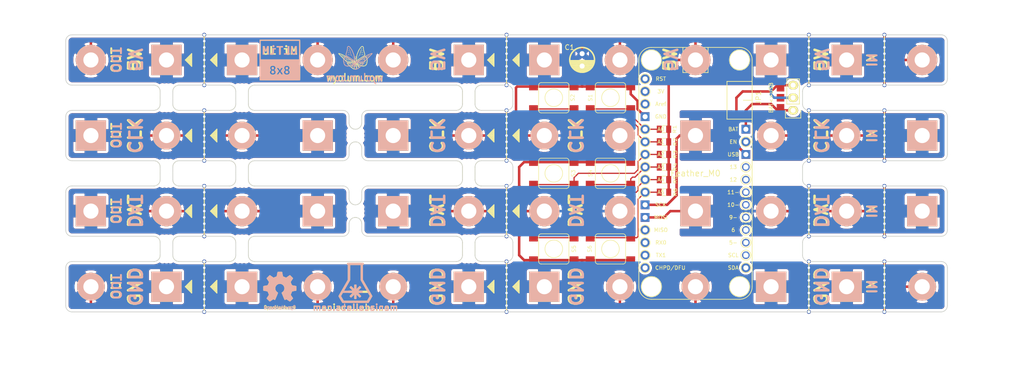
<source format=kicad_pcb>
(kicad_pcb (version 4) (host pcbnew 4.0.6-e0-6349~53~ubuntu16.04.1)
  (layers (0 F.Cu signal) (31 B.Cu signal) (34 B.Paste user) (35 F.Paste user) (36 B.SilkS user) (37 F.SilkS user) (38 B.Mask user) (39 F.Mask user) (44 Edge.Cuts user))
  (net 0 "")
  (net 1 /GND)
  (net 2 /VBAT)
  (net 3 /VUSB)
  (net 4 /CLK)
  (net 5 /DAT)
  (net 6 /5V)
  (net 7 /CLK2)
  (net 8 /CLK1)
  (net 9 /DAT2)
  (net 10 /DAT1)
  (net 11 /A0)
  (net 12 /A1)
  (net 13 /A2)
  (net 14 /A3)
  (net 15 /A4)
  (net 16 /A5)
  (module ultim8x8_libs:mouse-bite-2.54mm-slot (layer F.Cu) (at 86.36 60.96 90)
    (fp_text reference M13 hide)
    (fp_text value MouseBite hide)
    (pad "" np_thru_hole circle (at 0 -1.1 90) (size 0.5 0.5) (drill 0.5) (layers *.Cu *.Mask))
    (pad "" np_thru_hole circle (at 0 1.1 90) (size 0.5 0.5) (drill 0.5) (layers *.Cu *.Mask))
    (pad "" np_thru_hole circle (at 0.8 -1.1 90) (size 0.5 0.5) (drill 0.5) (layers *.Cu *.Mask))
    (pad "" np_thru_hole circle (at -0.8 -1.1 90) (size 0.5 0.5) (drill 0.5) (layers *.Cu *.Mask))
    (pad "" np_thru_hole circle (at -0.8 1.1 90) (size 0.5 0.5) (drill 0.5) (layers *.Cu *.Mask))
    (pad "" np_thru_hole circle (at 0.8 1.1 90) (size 0.5 0.5) (drill 0.5) (layers *.Cu *.Mask))
  )
  (module ultim8x8_libs:logo_MLlabs_small (layer F.Cu) (at 86.36 75.438)
    (fp_text reference L8 hide)
    (fp_text value LOGO_ML hide)
  )
  (module ultim8x8_libs:Screw (layer F.Cu) (at 63.5 60.96)
    (fp_text reference P31 hide)
    (fp_text value CONN_1 hide)
    (pad 1 thru_hole circle (at 0 0) (size 6.096 6.096) (drill 3.048) (layers *.Cu *.Paste *.SilkS *.Mask) (net 9 /DAT2))
  )
  (module ultim8x8_libs:logo_wyo_butterfly_small (layer B.Cu) (at 86.36 30.48 180)
    (fp_text reference L4 hide)
    (fp_text value LOGO_WL hide)
  )
  (module ultim8x8_libs:Screw (layer F.Cu) (at 170.18 60.96)
    (fp_text reference P38 hide)
    (fp_text value CONN_1 hide)
    (pad 1 thru_hole circle (at 0 0) (size 6.096 6.096) (drill 3.048) (layers *.Cu *.Paste *.SilkS *.Mask) (net 5 /DAT))
  )
  (module ultim8x8_libs:Screw (layer F.Cu) (at 124.46 60.96)
    (fp_text reference P35 hide)
    (fp_text value CONN_1 hide)
    (pad 1 thru_hole circle (at 0 0) (size 6.096 6.096) (drill 3.048) (layers *.Cu *.Paste *.SilkS *.Mask) (net 10 /DAT1))
  )
  (module ultim8x8_libs:Screw (layer F.Cu) (at 109.22 60.96)
    (fp_text reference P34 hide)
    (fp_text value CONN_1 hide)
    (pad 1 thru_hole circle (at 0 0) (size 6.096 6.096) (drill 3.048) (layers *.Cu *.Paste *.SilkS *.Mask) (net 10 /DAT1))
  )
  (module ultim8x8_libs:Screw (layer F.Cu) (at 48.26 60.96)
    (fp_text reference P30 hide)
    (fp_text value CONN_1 hide)
    (pad 1 thru_hole circle (at 0 0) (size 6.096 6.096) (drill 3.048) (layers *.Cu *.Paste *.SilkS *.Mask) (net 9 /DAT2))
  )
  (module ultim8x8_libs:Screw (layer F.Cu) (at 185.42 60.96)
    (fp_text reference P27 hide)
    (fp_text value CONN_1 hide)
    (pad 1 thru_hole circle (at 0 0) (size 6.096 6.096) (drill 3.048) (layers *.Cu *.Paste *.SilkS *.Mask) (net 5 /DAT))
  )
  (module ultim8x8_libs:logo_ultim8x8_small (layer F.Cu) (at 71.12 30.48)
    (fp_text reference L11 hide)
    (fp_text value LOGO_U88 hide)
  )
  (module ultim8x8_libs:mouse-bite-2.54mm-slot (layer F.Cu) (at 86.36 45.72 90)
    (fp_text reference M6 hide)
    (fp_text value MouseBite hide)
    (pad "" np_thru_hole circle (at 0 -1.1 90) (size 0.5 0.5) (drill 0.5) (layers *.Cu *.Mask))
    (pad "" np_thru_hole circle (at 0 1.1 90) (size 0.5 0.5) (drill 0.5) (layers *.Cu *.Mask))
    (pad "" np_thru_hole circle (at 0.8 -1.1 90) (size 0.5 0.5) (drill 0.5) (layers *.Cu *.Mask))
    (pad "" np_thru_hole circle (at -0.8 -1.1 90) (size 0.5 0.5) (drill 0.5) (layers *.Cu *.Mask))
    (pad "" np_thru_hole circle (at -0.8 1.1 90) (size 0.5 0.5) (drill 0.5) (layers *.Cu *.Mask))
    (pad "" np_thru_hole circle (at 0.8 1.1 90) (size 0.5 0.5) (drill 0.5) (layers *.Cu *.Mask))
  )
  (module ultim8x8_libs:Screw (layer F.Cu) (at 200.66 30.48)
    (fp_text reference P2 hide)
    (fp_text value CONN_1 hide)
    (pad 1 thru_hole circle (at 0 0) (size 6.096 6.096) (drill 3.048) (layers *.Cu *.Paste *.SilkS *.Mask) (net 6 /5V))
  )
  (module ultim8x8_libs:Screw (layer F.Cu) (at 33.02 30.48)
    (fp_text reference P3 hide)
    (fp_text value CONN_1 hide)
    (pad 1 thru_hole circle (at 0 0) (size 6.096 6.096) (drill 3.048) (layers *.Cu *.Paste *.SilkS *.Mask) (net 6 /5V))
  )
  (module ultim8x8_libs:Screw (layer F.Cu) (at 78.74 30.48)
    (fp_text reference P6 hide)
    (fp_text value CONN_1 hide)
    (pad 1 thru_hole circle (at 0 0) (size 6.096 6.096) (drill 3.048) (layers *.Cu *.Paste *.SilkS *.Mask) (net 6 /5V))
  )
  (module ultim8x8_libs:Screw (layer F.Cu) (at 93.98 30.48)
    (fp_text reference P7 hide)
    (fp_text value CONN_1 hide)
    (pad 1 thru_hole circle (at 0 0) (size 6.096 6.096) (drill 3.048) (layers *.Cu *.Paste *.SilkS *.Mask) (net 6 /5V))
  )
  (module ultim8x8_libs:Screw (layer F.Cu) (at 139.7 30.48)
    (fp_text reference P10 hide)
    (fp_text value CONN_1 hide)
    (pad 1 thru_hole circle (at 0 0) (size 6.096 6.096) (drill 3.048) (layers *.Cu *.Paste *.SilkS *.Mask) (net 6 /5V))
  )
  (module ultim8x8_libs:Screw (layer F.Cu) (at 154.94 30.48)
    (fp_text reference P11 hide)
    (fp_text value CONN_1 hide)
    (pad 1 thru_hole circle (at 0 0) (size 6.096 6.096) (drill 3.048) (layers *.Cu *.Paste *.SilkS *.Mask) (net 6 /5V))
  )
  (module ultim8x8_libs:OSHW_6mm (layer F.Cu) (at 71.12 76.2)
    (fp_text reference L2 hide)
    (fp_text value OSHW hide)
    (fp_text user OpenHardware (at 0 4.191) (layer F.SilkS) (effects (font (size 0.762 0.6096) (thickness 0.127))))
  )
  (module ultim8x8_libs:OSHW_6mm (layer B.Cu) (at 71.12 76.2 180)
    (fp_text reference L1 hide)
    (fp_text value OSHW hide)
    (fp_text user OpenHardware (at 0 -4.191 180) (layer B.SilkS) (effects (font (size 0.762 0.6096) (thickness 0.127)) (justify mirror)))
  )
  (module ultim8x8_libs:logo_wyo_butterfly_small (layer F.Cu) (at 86.36 30.48)
    (fp_text reference L3 hide)
    (fp_text value LOGO_WL hide)
  )
  (module ultim8x8_libs:logo_MLlabs_small (layer B.Cu) (at 86.36 75.438 180)
    (fp_text reference L7 hide)
    (fp_text value LOGO_ML hide)
  )
  (module ultim8x8_libs:logo_ultim8x8_small (layer B.Cu) (at 71.12 30.48 180)
    (fp_text reference L12 hide)
    (fp_text value LOGO_U88 hide)
  )
  (module ultim8x8_libs:Screw_SqPad (layer F.Cu) (at 185.42 30.48)
    (fp_text reference P1 hide)
    (fp_text value CONN_1 hide)
    (pad 1 thru_hole rect (at 0 0) (size 6.096 6.096) (drill 3.048) (layers *.Cu *.Paste *.SilkS *.Mask) (net 6 /5V))
  )
  (module ultim8x8_libs:Screw_SqPad (layer F.Cu) (at 48.26 30.48)
    (fp_text reference P4 hide)
    (fp_text value CONN_1 hide)
    (pad 1 thru_hole rect (at 0 0) (size 6.096 6.096) (drill 3.048) (layers *.Cu *.Paste *.SilkS *.Mask) (net 6 /5V))
  )
  (module ultim8x8_libs:Screw_SqPad (layer F.Cu) (at 63.5 30.48)
    (fp_text reference P5 hide)
    (fp_text value CONN_1 hide)
    (pad 1 thru_hole rect (at 0 0) (size 6.096 6.096) (drill 3.048) (layers *.Cu *.Paste *.SilkS *.Mask) (net 6 /5V))
  )
  (module ultim8x8_libs:Screw_SqPad (layer F.Cu) (at 109.22 30.48)
    (fp_text reference P8 hide)
    (fp_text value CONN_1 hide)
    (pad 1 thru_hole rect (at 0 0) (size 6.096 6.096) (drill 3.048) (layers *.Cu *.Paste *.SilkS *.Mask) (net 6 /5V))
  )
  (module ultim8x8_libs:Screw_SqPad (layer F.Cu) (at 124.46 30.48)
    (fp_text reference P9 hide)
    (fp_text value CONN_1 hide)
    (pad 1 thru_hole rect (at 0 0) (size 6.096 6.096) (drill 3.048) (layers *.Cu *.Paste *.SilkS *.Mask) (net 6 /5V))
  )
  (module ultim8x8_libs:Screw_SqPad (layer F.Cu) (at 170.18 30.48)
    (fp_text reference P12 hide)
    (fp_text value CONN_1 hide)
    (pad 1 thru_hole rect (at 0 0) (size 6.096 6.096) (drill 3.048) (layers *.Cu *.Paste *.SilkS *.Mask) (net 6 /5V))
  )
  (module ultim8x8_libs:Screw_SqPad (layer F.Cu) (at 200.66 60.96)
    (fp_text reference P28 hide)
    (fp_text value CONN_1 hide)
    (pad 1 thru_hole rect (at 0 0) (size 6.096 6.096) (drill 3.048) (layers *.Cu *.Paste *.SilkS *.Mask) (net 5 /DAT))
  )
  (module ultim8x8_libs:Screw_SqPad (layer F.Cu) (at 33.02 60.96)
    (fp_text reference P29 hide)
    (fp_text value CONN_1 hide)
    (pad 1 thru_hole rect (at 0 0) (size 6.096 6.096) (drill 3.048) (layers *.Cu *.Paste *.SilkS *.Mask) (net 9 /DAT2))
  )
  (module ultim8x8_libs:Screw_SqPad (layer F.Cu) (at 78.74 60.96)
    (fp_text reference P32 hide)
    (fp_text value CONN_1 hide)
    (pad 1 thru_hole rect (at 0 0) (size 6.096 6.096) (drill 3.048) (layers *.Cu *.Paste *.SilkS *.Mask) (net 9 /DAT2))
  )
  (module ultim8x8_libs:Screw_SqPad (layer F.Cu) (at 93.98 60.96)
    (fp_text reference P33 hide)
    (fp_text value CONN_1 hide)
    (pad 1 thru_hole rect (at 0 0) (size 6.096 6.096) (drill 3.048) (layers *.Cu *.Paste *.SilkS *.Mask) (net 10 /DAT1))
  )
  (module ultim8x8_libs:Screw_SqPad (layer F.Cu) (at 139.7 60.96)
    (fp_text reference P36 hide)
    (fp_text value CONN_1 hide)
    (pad 1 thru_hole circle (at 0 0) (size 6.096 6.096) (drill 3.048) (layers *.Cu *.Paste *.SilkS *.Mask) (net 10 /DAT1))
  )
  (module ultim8x8_libs:Screw_SqPad (layer F.Cu) (at 154.94 60.96)
    (fp_text reference P37 hide)
    (fp_text value CONN_1 hide)
    (pad 1 thru_hole rect (at 0 0) (size 6.096 6.096) (drill 3.048) (layers *.Cu *.Paste *.SilkS *.Mask) (net 5 /DAT))
  )
  (module ultim8x8_libs:Screw (layer F.Cu) (at 185.42 45.72)
    (fp_text reference P14 hide)
    (fp_text value CONN_1 hide)
    (pad 1 thru_hole circle (at 0 0) (size 5.6 5.6) (drill 3.048) (layers *.Cu *.SilkS *.Mask) (net 4 /CLK))
  )
  (module ultim8x8_libs:Screw_SqPad (layer F.Cu) (at 200.66 45.72)
    (fp_text reference P15 hide)
    (fp_text value CONN_1 hide)
    (pad 1 thru_hole rect (at 0 0) (size 6.096 6.096) (drill 3.048) (layers *.Cu *.Paste *.SilkS *.Mask) (net 4 /CLK))
  )
  (module ultim8x8_libs:Screw_SqPad (layer F.Cu) (at 33.02 45.72)
    (fp_text reference P16 hide)
    (fp_text value CONN_1 hide)
    (pad 1 thru_hole rect (at 0 0) (size 6.096 6.096) (drill 3.048) (layers *.Cu *.Paste *.SilkS *.Mask) (net 7 /CLK2))
  )
  (module ultim8x8_libs:Screw (layer F.Cu) (at 48.26 45.72)
    (fp_text reference P17 hide)
    (fp_text value CONN_1 hide)
    (pad 1 thru_hole circle (at 0 0) (size 5.6 5.6) (drill 3.048) (layers *.Cu *.SilkS *.Mask) (net 7 /CLK2))
  )
  (module ultim8x8_libs:Screw (layer F.Cu) (at 63.5 45.72)
    (fp_text reference P18 hide)
    (fp_text value CONN_1 hide)
    (pad 1 thru_hole circle (at 0 0) (size 5.6 5.6) (drill 3.048) (layers *.Cu *.SilkS *.Mask) (net 7 /CLK2))
  )
  (module ultim8x8_libs:Screw_SqPad (layer F.Cu) (at 78.74 45.72)
    (fp_text reference P19 hide)
    (fp_text value CONN_1 hide)
    (pad 1 thru_hole rect (at 0 0) (size 6.096 6.096) (drill 3.048) (layers *.Cu *.Paste *.SilkS *.Mask) (net 7 /CLK2))
  )
  (module ultim8x8_libs:Screw_SqPad (layer F.Cu) (at 93.98 45.72)
    (fp_text reference P20 hide)
    (fp_text value CONN_1 hide)
    (pad 1 thru_hole rect (at 0 0) (size 6.096 6.096) (drill 3.048) (layers *.Cu *.Paste *.SilkS *.Mask) (net 8 /CLK1))
  )
  (module ultim8x8_libs:Screw (layer F.Cu) (at 109.22 45.72)
    (fp_text reference P21 hide)
    (fp_text value CONN_1 hide)
    (pad 1 thru_hole circle (at 0 0) (size 5.6 5.6) (drill 3.048) (layers *.Cu *.SilkS *.Mask) (net 8 /CLK1))
  )
  (module ultim8x8_libs:Screw (layer F.Cu) (at 124.46 45.72)
    (fp_text reference P22 hide)
    (fp_text value CONN_1 hide)
    (pad 1 thru_hole circle (at 0 0) (size 5.6 5.6) (drill 3.048) (layers *.Cu *.SilkS *.Mask) (net 8 /CLK1))
  )
  (module ultim8x8_libs:Screw_SqPad (layer F.Cu) (at 139.7 45.72)
    (fp_text reference P23 hide)
    (fp_text value CONN_1 hide)
    (pad 1 thru_hole circle (at 0 0) (size 6.096 6.096) (drill 3.048) (layers *.Cu *.Paste *.SilkS *.Mask) (net 8 /CLK1))
  )
  (module ultim8x8_libs:Screw_SqPad (layer F.Cu) (at 154.94 45.72)
    (fp_text reference P24 hide)
    (fp_text value CONN_1 hide)
    (pad 1 thru_hole rect (at 0 0) (size 6.096 6.096) (drill 3.048) (layers *.Cu *.Paste *.SilkS *.Mask) (net 4 /CLK))
  )
  (module ultim8x8_libs:Screw (layer F.Cu) (at 170.18 45.72)
    (fp_text reference P25 hide)
    (fp_text value CONN_1 hide)
    (pad 1 thru_hole circle (at 0 0) (size 5.6 5.6) (drill 3.048) (layers *.Cu *.SilkS *.Mask) (net 4 /CLK))
  )
  (module ultim8x8_libs:Screw_SqPad (layer F.Cu) (at 185.42 76.2)
    (fp_text reference P40 hide)
    (fp_text value CONN_1 hide)
    (pad 1 thru_hole rect (at 0 0) (size 6.096 6.096) (drill 3.048) (layers *.Cu *.Paste *.SilkS *.Mask) (net 1 /GND))
  )
  (module ultim8x8_libs:Screw (layer F.Cu) (at 200.66 76.2)
    (fp_text reference P41 hide)
    (fp_text value CONN_1 hide)
    (pad 1 thru_hole circle (at 0 0) (size 5.6 5.6) (drill 3.048) (layers *.Cu *.SilkS *.Mask) (net 1 /GND))
  )
  (module ultim8x8_libs:Screw (layer F.Cu) (at 33.02 76.2)
    (fp_text reference P42 hide)
    (fp_text value CONN_1 hide)
    (pad 1 thru_hole circle (at 0 0) (size 5.6 5.6) (drill 3.048) (layers *.Cu *.SilkS *.Mask) (net 1 /GND))
  )
  (module ultim8x8_libs:Screw_SqPad (layer F.Cu) (at 48.26 76.2)
    (fp_text reference P43 hide)
    (fp_text value CONN_1 hide)
    (pad 1 thru_hole rect (at 0 0) (size 6.096 6.096) (drill 3.048) (layers *.Cu *.Paste *.SilkS *.Mask) (net 1 /GND))
  )
  (module ultim8x8_libs:Screw_SqPad (layer F.Cu) (at 63.5 76.2)
    (fp_text reference P44 hide)
    (fp_text value CONN_1 hide)
    (pad 1 thru_hole rect (at 0 0) (size 6.096 6.096) (drill 3.048) (layers *.Cu *.Paste *.SilkS *.Mask) (net 1 /GND))
  )
  (module ultim8x8_libs:Screw (layer F.Cu) (at 78.74 76.2)
    (fp_text reference P45 hide)
    (fp_text value CONN_1 hide)
    (pad 1 thru_hole circle (at 0 0) (size 5.6 5.6) (drill 3.048) (layers *.Cu *.SilkS *.Mask) (net 1 /GND))
  )
  (module ultim8x8_libs:Screw (layer F.Cu) (at 93.98 76.2)
    (fp_text reference P46 hide)
    (fp_text value CONN_1 hide)
    (pad 1 thru_hole circle (at 0 0) (size 5.6 5.6) (drill 3.048) (layers *.Cu *.SilkS *.Mask) (net 1 /GND))
  )
  (module ultim8x8_libs:Screw_SqPad (layer F.Cu) (at 109.22 76.2)
    (fp_text reference P47 hide)
    (fp_text value CONN_1 hide)
    (pad 1 thru_hole rect (at 0 0) (size 6.096 6.096) (drill 3.048) (layers *.Cu *.Paste *.SilkS *.Mask) (net 1 /GND))
  )
  (module ultim8x8_libs:Screw_SqPad (layer F.Cu) (at 124.46 76.2)
    (fp_text reference P48 hide)
    (fp_text value CONN_1 hide)
    (pad 1 thru_hole rect (at 0 0) (size 6.096 6.096) (drill 3.048) (layers *.Cu *.Paste *.SilkS *.Mask) (net 1 /GND))
  )
  (module ultim8x8_libs:Screw (layer F.Cu) (at 139.7 76.2)
    (fp_text reference P49 hide)
    (fp_text value CONN_1 hide)
    (pad 1 thru_hole circle (at 0 0) (size 5.6 5.6) (drill 3.048) (layers *.Cu *.SilkS *.Mask) (net 1 /GND))
  )
  (module ultim8x8_libs:Screw (layer F.Cu) (at 154.94 76.2)
    (fp_text reference P50 hide)
    (fp_text value CONN_1 hide)
    (pad 1 thru_hole circle (at 0 0) (size 5.6 5.6) (drill 3.048) (layers *.Cu *.SilkS *.Mask) (net 1 /GND))
  )
  (module ultim8x8_libs:Screw_SqPad (layer F.Cu) (at 170.18 76.2)
    (fp_text reference P51 hide)
    (fp_text value CONN_1 hide)
    (pad 1 thru_hole rect (at 0 0) (size 6.096 6.096) (drill 3.048) (layers *.Cu *.Paste *.SilkS *.Mask) (net 1 /GND))
  )
  (module ultim8x8_libs:mouse-bite-5.08mm-slot (layer F.Cu) (at 48.26 38.1)
    (fp_text reference M2 hide)
    (fp_text value MouseBite hide)
    (pad "" np_thru_hole circle (at 0 -2.2) (size 0.5 0.5) (drill 0.5) (layers *.Cu *.Mask))
    (pad "" np_thru_hole circle (at 0 2.2) (size 0.5 0.5) (drill 0.5) (layers *.Cu *.Mask))
    (pad "" np_thru_hole circle (at 0.8 -2.2) (size 0.5 0.5) (drill 0.5) (layers *.Cu *.Mask))
    (pad "" np_thru_hole circle (at -0.8 -2.2) (size 0.5 0.5) (drill 0.5) (layers *.Cu *.Mask))
    (pad "" np_thru_hole circle (at -0.8 2.2) (size 0.5 0.5) (drill 0.5) (layers *.Cu *.Mask))
    (pad "" np_thru_hole circle (at 0.8 2.2) (size 0.5 0.5) (drill 0.5) (layers *.Cu *.Mask))
    (pad "" np_thru_hole circle (at 0 0) (size 0.5 0.5) (drill 0.5) (layers *.Cu *.Mask))
    (pad "" np_thru_hole circle (at 0.8 0) (size 0.5 0.5) (drill 0.5) (layers *.Cu *.Mask))
    (pad "" np_thru_hole circle (at -0.8 0) (size 0.5 0.5) (drill 0.5) (layers *.Cu *.Mask))
  )
  (module ultim8x8_libs:mouse-bite-5.08mm-slot (layer F.Cu) (at 48.26 53.34)
    (fp_text reference M9 hide)
    (fp_text value MouseBite hide)
    (pad "" np_thru_hole circle (at 0 -2.2) (size 0.5 0.5) (drill 0.5) (layers *.Cu *.Mask))
    (pad "" np_thru_hole circle (at 0 2.2) (size 0.5 0.5) (drill 0.5) (layers *.Cu *.Mask))
    (pad "" np_thru_hole circle (at 0.8 -2.2) (size 0.5 0.5) (drill 0.5) (layers *.Cu *.Mask))
    (pad "" np_thru_hole circle (at -0.8 -2.2) (size 0.5 0.5) (drill 0.5) (layers *.Cu *.Mask))
    (pad "" np_thru_hole circle (at -0.8 2.2) (size 0.5 0.5) (drill 0.5) (layers *.Cu *.Mask))
    (pad "" np_thru_hole circle (at 0.8 2.2) (size 0.5 0.5) (drill 0.5) (layers *.Cu *.Mask))
    (pad "" np_thru_hole circle (at 0 0) (size 0.5 0.5) (drill 0.5) (layers *.Cu *.Mask))
    (pad "" np_thru_hole circle (at 0.8 0) (size 0.5 0.5) (drill 0.5) (layers *.Cu *.Mask))
    (pad "" np_thru_hole circle (at -0.8 0) (size 0.5 0.5) (drill 0.5) (layers *.Cu *.Mask))
  )
  (module ultim8x8_libs:mouse-bite-5.08mm-slot (layer F.Cu) (at 48.26 68.58)
    (fp_text reference M16 hide)
    (fp_text value MouseBite hide)
    (pad "" np_thru_hole circle (at 0 -2.2) (size 0.5 0.5) (drill 0.5) (layers *.Cu *.Mask))
    (pad "" np_thru_hole circle (at 0 2.2) (size 0.5 0.5) (drill 0.5) (layers *.Cu *.Mask))
    (pad "" np_thru_hole circle (at 0.8 -2.2) (size 0.5 0.5) (drill 0.5) (layers *.Cu *.Mask))
    (pad "" np_thru_hole circle (at -0.8 -2.2) (size 0.5 0.5) (drill 0.5) (layers *.Cu *.Mask))
    (pad "" np_thru_hole circle (at -0.8 2.2) (size 0.5 0.5) (drill 0.5) (layers *.Cu *.Mask))
    (pad "" np_thru_hole circle (at 0.8 2.2) (size 0.5 0.5) (drill 0.5) (layers *.Cu *.Mask))
    (pad "" np_thru_hole circle (at 0 0) (size 0.5 0.5) (drill 0.5) (layers *.Cu *.Mask))
    (pad "" np_thru_hole circle (at 0.8 0) (size 0.5 0.5) (drill 0.5) (layers *.Cu *.Mask))
    (pad "" np_thru_hole circle (at -0.8 0) (size 0.5 0.5) (drill 0.5) (layers *.Cu *.Mask))
  )
  (module ultim_bus:switch_spdt (layer F.Cu) (at 174.625 38.1 180)
    (fp_text reference JP1 (at 6.985 0 270) (layer F.SilkS))
    (fp_text value PWR_SEL hide)
    (pad 1 thru_hole oval (at 0 -2.54 180) (size 2.032 1.7272) (drill 1.016) (layers *.Cu *.Mask F.SilkS) (net 2 /VBAT))
    (pad 2 thru_hole oval (at 0 0 180) (size 2.032 1.7272) (drill 1.016) (layers *.Cu *.Mask F.SilkS) (net 6 /5V))
    (pad 3 thru_hole oval (at 0 2.54 180) (size 2.032 1.7272) (drill 1.016) (layers *.Cu *.Mask F.SilkS) (net 3 /VUSB))
    (pad 2 smd rect (at 2.54 0 180) (size 1.524 1.524) (layers F.Cu F.Paste F.Mask) (net 6 /5V))
    (pad 3 smd rect (at 2.54 2.54 180) (size 1.524 2.032) (drill (offset 0 -0.254)) (layers F.Cu F.Paste F.Mask) (net 3 /VUSB))
    (pad 1 smd rect (at 2.54 -2.54 180) (size 1.524 2.032) (drill (offset 0 0.254)) (layers F.Cu F.Paste F.Mask) (net 2 /VBAT))
  )
  (module ultim_bus:via_0.8x9 (layer F.Cu) (at 177.8 30.48)
    (fp_text reference v1 hide)
    (fp_text value via_0.8x9 hide)
    (pad 1 thru_hole circle (at 0 -5.08) (size 0.8 0.8) (drill 0.5) (layers *.Cu) (net 6 /5V))
    (pad 2 thru_hole circle (at 0 -3.81) (size 0.8 0.8) (drill 0.5) (layers *.Cu) (net 6 /5V))
    (pad 3 thru_hole circle (at 0 -2.54) (size 0.8 0.8) (drill 0.5) (layers *.Cu) (net 6 /5V))
    (pad 4 thru_hole circle (at 0 -1.27) (size 0.8 0.8) (drill 0.5) (layers *.Cu) (net 6 /5V))
    (pad 5 thru_hole circle (at 0 0) (size 0.8 0.8) (drill 0.5) (layers *.Cu) (net 6 /5V))
    (pad 6 thru_hole circle (at 0 1.27) (size 0.8 0.8) (drill 0.5) (layers *.Cu) (net 6 /5V))
    (pad 7 thru_hole circle (at 0 2.54) (size 0.8 0.8) (drill 0.5) (layers *.Cu) (net 6 /5V))
    (pad 8 thru_hole circle (at 0 3.81) (size 0.8 0.8) (drill 0.5) (layers *.Cu) (net 6 /5V))
    (pad 9 thru_hole circle (at 0 5.08) (size 0.8 0.8) (drill 0.5) (layers *.Cu) (net 6 /5V))
  )
  (module ultim_bus:via_0.8x9 (layer F.Cu) (at 116.84 30.48)
    (fp_text reference v2 hide)
    (fp_text value via_0.8x9 hide)
    (pad 1 thru_hole circle (at 0 -5.08) (size 0.8 0.8) (drill 0.5) (layers *.Cu) (net 6 /5V))
    (pad 2 thru_hole circle (at 0 -3.81) (size 0.8 0.8) (drill 0.5) (layers *.Cu) (net 6 /5V))
    (pad 3 thru_hole circle (at 0 -2.54) (size 0.8 0.8) (drill 0.5) (layers *.Cu) (net 6 /5V))
    (pad 4 thru_hole circle (at 0 -1.27) (size 0.8 0.8) (drill 0.5) (layers *.Cu) (net 6 /5V))
    (pad 5 thru_hole circle (at 0 0) (size 0.8 0.8) (drill 0.5) (layers *.Cu) (net 6 /5V))
    (pad 6 thru_hole circle (at 0 1.27) (size 0.8 0.8) (drill 0.5) (layers *.Cu) (net 6 /5V))
    (pad 7 thru_hole circle (at 0 2.54) (size 0.8 0.8) (drill 0.5) (layers *.Cu) (net 6 /5V))
    (pad 8 thru_hole circle (at 0 3.81) (size 0.8 0.8) (drill 0.5) (layers *.Cu) (net 6 /5V))
    (pad 9 thru_hole circle (at 0 5.08) (size 0.8 0.8) (drill 0.5) (layers *.Cu) (net 6 /5V))
  )
  (module ultim_bus:via_0.8x9 (layer F.Cu) (at 55.88 30.48)
    (fp_text reference v3 hide)
    (fp_text value via_0.8x9 hide)
    (pad 1 thru_hole circle (at 0 -5.08) (size 0.8 0.8) (drill 0.5) (layers *.Cu) (net 6 /5V))
    (pad 2 thru_hole circle (at 0 -3.81) (size 0.8 0.8) (drill 0.5) (layers *.Cu) (net 6 /5V))
    (pad 3 thru_hole circle (at 0 -2.54) (size 0.8 0.8) (drill 0.5) (layers *.Cu) (net 6 /5V))
    (pad 4 thru_hole circle (at 0 -1.27) (size 0.8 0.8) (drill 0.5) (layers *.Cu) (net 6 /5V))
    (pad 5 thru_hole circle (at 0 0) (size 0.8 0.8) (drill 0.5) (layers *.Cu) (net 6 /5V))
    (pad 6 thru_hole circle (at 0 1.27) (size 0.8 0.8) (drill 0.5) (layers *.Cu) (net 6 /5V))
    (pad 7 thru_hole circle (at 0 2.54) (size 0.8 0.8) (drill 0.5) (layers *.Cu) (net 6 /5V))
    (pad 8 thru_hole circle (at 0 3.81) (size 0.8 0.8) (drill 0.5) (layers *.Cu) (net 6 /5V))
    (pad 9 thru_hole circle (at 0 5.08) (size 0.8 0.8) (drill 0.5) (layers *.Cu) (net 6 /5V))
  )
  (module ultim_bus:via_0.8x9 (layer F.Cu) (at 177.8 76.2)
    (fp_text reference v4 hide)
    (fp_text value via_0.8x9 hide)
    (pad 1 thru_hole circle (at 0 -5.08) (size 0.8 0.8) (drill 0.5) (layers *.Cu) (net 1 /GND))
    (pad 2 thru_hole circle (at 0 -3.81) (size 0.8 0.8) (drill 0.5) (layers *.Cu) (net 1 /GND))
    (pad 3 thru_hole circle (at 0 -2.54) (size 0.8 0.8) (drill 0.5) (layers *.Cu) (net 1 /GND))
    (pad 4 thru_hole circle (at 0 -1.27) (size 0.8 0.8) (drill 0.5) (layers *.Cu) (net 1 /GND))
    (pad 5 thru_hole circle (at 0 0) (size 0.8 0.8) (drill 0.5) (layers *.Cu) (net 1 /GND))
    (pad 6 thru_hole circle (at 0 1.27) (size 0.8 0.8) (drill 0.5) (layers *.Cu) (net 1 /GND))
    (pad 7 thru_hole circle (at 0 2.54) (size 0.8 0.8) (drill 0.5) (layers *.Cu) (net 1 /GND))
    (pad 8 thru_hole circle (at 0 3.81) (size 0.8 0.8) (drill 0.5) (layers *.Cu) (net 1 /GND))
    (pad 9 thru_hole circle (at 0 5.08) (size 0.8 0.8) (drill 0.5) (layers *.Cu) (net 1 /GND))
  )
  (module ultim_bus:via_0.8x9 (layer F.Cu) (at 116.84 76.2)
    (fp_text reference v5 hide)
    (fp_text value via_0.8x9 hide)
    (pad 1 thru_hole circle (at 0 -5.08) (size 0.8 0.8) (drill 0.5) (layers *.Cu) (net 1 /GND))
    (pad 2 thru_hole circle (at 0 -3.81) (size 0.8 0.8) (drill 0.5) (layers *.Cu) (net 1 /GND))
    (pad 3 thru_hole circle (at 0 -2.54) (size 0.8 0.8) (drill 0.5) (layers *.Cu) (net 1 /GND))
    (pad 4 thru_hole circle (at 0 -1.27) (size 0.8 0.8) (drill 0.5) (layers *.Cu) (net 1 /GND))
    (pad 5 thru_hole circle (at 0 0) (size 0.8 0.8) (drill 0.5) (layers *.Cu) (net 1 /GND))
    (pad 6 thru_hole circle (at 0 1.27) (size 0.8 0.8) (drill 0.5) (layers *.Cu) (net 1 /GND))
    (pad 7 thru_hole circle (at 0 2.54) (size 0.8 0.8) (drill 0.5) (layers *.Cu) (net 1 /GND))
    (pad 8 thru_hole circle (at 0 3.81) (size 0.8 0.8) (drill 0.5) (layers *.Cu) (net 1 /GND))
    (pad 9 thru_hole circle (at 0 5.08) (size 0.8 0.8) (drill 0.5) (layers *.Cu) (net 1 /GND))
  )
  (module ultim_bus:via_0.8x9 (layer F.Cu) (at 55.88 76.2)
    (fp_text reference v6 hide)
    (fp_text value via_0.8x9 hide)
    (pad 1 thru_hole circle (at 0 -5.08) (size 0.8 0.8) (drill 0.5) (layers *.Cu) (net 1 /GND))
    (pad 2 thru_hole circle (at 0 -3.81) (size 0.8 0.8) (drill 0.5) (layers *.Cu) (net 1 /GND))
    (pad 3 thru_hole circle (at 0 -2.54) (size 0.8 0.8) (drill 0.5) (layers *.Cu) (net 1 /GND))
    (pad 4 thru_hole circle (at 0 -1.27) (size 0.8 0.8) (drill 0.5) (layers *.Cu) (net 1 /GND))
    (pad 5 thru_hole circle (at 0 0) (size 0.8 0.8) (drill 0.5) (layers *.Cu) (net 1 /GND))
    (pad 6 thru_hole circle (at 0 1.27) (size 0.8 0.8) (drill 0.5) (layers *.Cu) (net 1 /GND))
    (pad 7 thru_hole circle (at 0 2.54) (size 0.8 0.8) (drill 0.5) (layers *.Cu) (net 1 /GND))
    (pad 8 thru_hole circle (at 0 3.81) (size 0.8 0.8) (drill 0.5) (layers *.Cu) (net 1 /GND))
    (pad 9 thru_hole circle (at 0 5.08) (size 0.8 0.8) (drill 0.5) (layers *.Cu) (net 1 /GND))
  )
  (module ultim_bus:via_0.8x9 (layer F.Cu) (at 177.8 45.72)
    (fp_text reference v7 hide)
    (fp_text value via_0.8x9 hide)
    (pad 1 thru_hole circle (at 0 -5.08) (size 0.8 0.8) (drill 0.5) (layers *.Cu) (net 4 /CLK))
    (pad 2 thru_hole circle (at 0 -3.81) (size 0.8 0.8) (drill 0.5) (layers *.Cu) (net 4 /CLK))
    (pad 3 thru_hole circle (at 0 -2.54) (size 0.8 0.8) (drill 0.5) (layers *.Cu) (net 4 /CLK))
    (pad 4 thru_hole circle (at 0 -1.27) (size 0.8 0.8) (drill 0.5) (layers *.Cu) (net 4 /CLK))
    (pad 5 thru_hole circle (at 0 0) (size 0.8 0.8) (drill 0.5) (layers *.Cu) (net 4 /CLK))
    (pad 6 thru_hole circle (at 0 1.27) (size 0.8 0.8) (drill 0.5) (layers *.Cu) (net 4 /CLK))
    (pad 7 thru_hole circle (at 0 2.54) (size 0.8 0.8) (drill 0.5) (layers *.Cu) (net 4 /CLK))
    (pad 8 thru_hole circle (at 0 3.81) (size 0.8 0.8) (drill 0.5) (layers *.Cu) (net 4 /CLK))
    (pad 9 thru_hole circle (at 0 5.08) (size 0.8 0.8) (drill 0.5) (layers *.Cu) (net 4 /CLK))
  )
  (module ultim_bus:via_0.8x9 (layer F.Cu) (at 116.84 45.72)
    (fp_text reference v8 hide)
    (fp_text value via_0.8x9 hide)
    (pad 1 thru_hole circle (at 0 -5.08) (size 0.8 0.8) (drill 0.5) (layers *.Cu) (net 8 /CLK1))
    (pad 2 thru_hole circle (at 0 -3.81) (size 0.8 0.8) (drill 0.5) (layers *.Cu) (net 8 /CLK1))
    (pad 3 thru_hole circle (at 0 -2.54) (size 0.8 0.8) (drill 0.5) (layers *.Cu) (net 8 /CLK1))
    (pad 4 thru_hole circle (at 0 -1.27) (size 0.8 0.8) (drill 0.5) (layers *.Cu) (net 8 /CLK1))
    (pad 5 thru_hole circle (at 0 0) (size 0.8 0.8) (drill 0.5) (layers *.Cu) (net 8 /CLK1))
    (pad 6 thru_hole circle (at 0 1.27) (size 0.8 0.8) (drill 0.5) (layers *.Cu) (net 8 /CLK1))
    (pad 7 thru_hole circle (at 0 2.54) (size 0.8 0.8) (drill 0.5) (layers *.Cu) (net 8 /CLK1))
    (pad 8 thru_hole circle (at 0 3.81) (size 0.8 0.8) (drill 0.5) (layers *.Cu) (net 8 /CLK1))
    (pad 9 thru_hole circle (at 0 5.08) (size 0.8 0.8) (drill 0.5) (layers *.Cu) (net 8 /CLK1))
  )
  (module ultim_bus:via_0.8x9 (layer F.Cu) (at 55.88 45.72)
    (fp_text reference v9 hide)
    (fp_text value via_0.8x9 hide)
    (pad 1 thru_hole circle (at 0 -5.08) (size 0.8 0.8) (drill 0.5) (layers *.Cu) (net 7 /CLK2))
    (pad 2 thru_hole circle (at 0 -3.81) (size 0.8 0.8) (drill 0.5) (layers *.Cu) (net 7 /CLK2))
    (pad 3 thru_hole circle (at 0 -2.54) (size 0.8 0.8) (drill 0.5) (layers *.Cu) (net 7 /CLK2))
    (pad 4 thru_hole circle (at 0 -1.27) (size 0.8 0.8) (drill 0.5) (layers *.Cu) (net 7 /CLK2))
    (pad 5 thru_hole circle (at 0 0) (size 0.8 0.8) (drill 0.5) (layers *.Cu) (net 7 /CLK2))
    (pad 6 thru_hole circle (at 0 1.27) (size 0.8 0.8) (drill 0.5) (layers *.Cu) (net 7 /CLK2))
    (pad 7 thru_hole circle (at 0 2.54) (size 0.8 0.8) (drill 0.5) (layers *.Cu) (net 7 /CLK2))
    (pad 8 thru_hole circle (at 0 3.81) (size 0.8 0.8) (drill 0.5) (layers *.Cu) (net 7 /CLK2))
    (pad 9 thru_hole circle (at 0 5.08) (size 0.8 0.8) (drill 0.5) (layers *.Cu) (net 7 /CLK2))
  )
  (module ultim_bus:via_0.8x9 (layer F.Cu) (at 177.8 60.96)
    (fp_text reference v10 hide)
    (fp_text value via_0.8x9 hide)
    (pad 1 thru_hole circle (at 0 -5.08) (size 0.8 0.8) (drill 0.5) (layers *.Cu) (net 5 /DAT))
    (pad 2 thru_hole circle (at 0 -3.81) (size 0.8 0.8) (drill 0.5) (layers *.Cu) (net 5 /DAT))
    (pad 3 thru_hole circle (at 0 -2.54) (size 0.8 0.8) (drill 0.5) (layers *.Cu) (net 5 /DAT))
    (pad 4 thru_hole circle (at 0 -1.27) (size 0.8 0.8) (drill 0.5) (layers *.Cu) (net 5 /DAT))
    (pad 5 thru_hole circle (at 0 0) (size 0.8 0.8) (drill 0.5) (layers *.Cu) (net 5 /DAT))
    (pad 6 thru_hole circle (at 0 1.27) (size 0.8 0.8) (drill 0.5) (layers *.Cu) (net 5 /DAT))
    (pad 7 thru_hole circle (at 0 2.54) (size 0.8 0.8) (drill 0.5) (layers *.Cu) (net 5 /DAT))
    (pad 8 thru_hole circle (at 0 3.81) (size 0.8 0.8) (drill 0.5) (layers *.Cu) (net 5 /DAT))
    (pad 9 thru_hole circle (at 0 5.08) (size 0.8 0.8) (drill 0.5) (layers *.Cu) (net 5 /DAT))
  )
  (module ultim_bus:via_0.8x9 (layer F.Cu) (at 116.84 60.96)
    (fp_text reference v11 hide)
    (fp_text value via_0.8x9 hide)
    (pad 1 thru_hole circle (at 0 -5.08) (size 0.8 0.8) (drill 0.5) (layers *.Cu) (net 10 /DAT1))
    (pad 2 thru_hole circle (at 0 -3.81) (size 0.8 0.8) (drill 0.5) (layers *.Cu) (net 10 /DAT1))
    (pad 3 thru_hole circle (at 0 -2.54) (size 0.8 0.8) (drill 0.5) (layers *.Cu) (net 10 /DAT1))
    (pad 4 thru_hole circle (at 0 -1.27) (size 0.8 0.8) (drill 0.5) (layers *.Cu) (net 10 /DAT1))
    (pad 5 thru_hole circle (at 0 0) (size 0.8 0.8) (drill 0.5) (layers *.Cu) (net 10 /DAT1))
    (pad 6 thru_hole circle (at 0 1.27) (size 0.8 0.8) (drill 0.5) (layers *.Cu) (net 10 /DAT1))
    (pad 7 thru_hole circle (at 0 2.54) (size 0.8 0.8) (drill 0.5) (layers *.Cu) (net 10 /DAT1))
    (pad 8 thru_hole circle (at 0 3.81) (size 0.8 0.8) (drill 0.5) (layers *.Cu) (net 10 /DAT1))
    (pad 9 thru_hole circle (at 0 5.08) (size 0.8 0.8) (drill 0.5) (layers *.Cu) (net 10 /DAT1))
  )
  (module ultim_bus:via_0.8x9 (layer F.Cu) (at 55.88 60.96)
    (fp_text reference v12 hide)
    (fp_text value via_0.8x9 hide)
    (pad 1 thru_hole circle (at 0 -5.08) (size 0.8 0.8) (drill 0.5) (layers *.Cu) (net 9 /DAT2))
    (pad 2 thru_hole circle (at 0 -3.81) (size 0.8 0.8) (drill 0.5) (layers *.Cu) (net 9 /DAT2))
    (pad 3 thru_hole circle (at 0 -2.54) (size 0.8 0.8) (drill 0.5) (layers *.Cu) (net 9 /DAT2))
    (pad 4 thru_hole circle (at 0 -1.27) (size 0.8 0.8) (drill 0.5) (layers *.Cu) (net 9 /DAT2))
    (pad 5 thru_hole circle (at 0 0) (size 0.8 0.8) (drill 0.5) (layers *.Cu) (net 9 /DAT2))
    (pad 6 thru_hole circle (at 0 1.27) (size 0.8 0.8) (drill 0.5) (layers *.Cu) (net 9 /DAT2))
    (pad 7 thru_hole circle (at 0 2.54) (size 0.8 0.8) (drill 0.5) (layers *.Cu) (net 9 /DAT2))
    (pad 8 thru_hole circle (at 0 3.81) (size 0.8 0.8) (drill 0.5) (layers *.Cu) (net 9 /DAT2))
    (pad 9 thru_hole circle (at 0 5.08) (size 0.8 0.8) (drill 0.5) (layers *.Cu) (net 9 /DAT2))
  )
  (module ultim_bus:mouse-bite-5.08mm-slot (layer F.Cu) (at 63.5 38.1)
    (fp_text reference M3 hide)
    (fp_text value MouseBite hide)
    (pad "" np_thru_hole circle (at 0 -2.2) (size 0.5 0.5) (drill 0.5) (layers *.Cu *.Mask))
    (pad "" np_thru_hole circle (at 0 2.2) (size 0.5 0.5) (drill 0.5) (layers *.Cu *.Mask))
    (pad "" np_thru_hole circle (at 0.8 -2.2) (size 0.5 0.5) (drill 0.5) (layers *.Cu *.Mask))
    (pad "" np_thru_hole circle (at -0.8 -2.2) (size 0.5 0.5) (drill 0.5) (layers *.Cu *.Mask))
    (pad "" np_thru_hole circle (at -0.8 2.2) (size 0.5 0.5) (drill 0.5) (layers *.Cu *.Mask))
    (pad "" np_thru_hole circle (at 0.8 2.2) (size 0.5 0.5) (drill 0.5) (layers *.Cu *.Mask))
    (pad "" np_thru_hole circle (at 0 0) (size 0.5 0.5) (drill 0.5) (layers *.Cu *.Mask))
    (pad "" np_thru_hole circle (at 0.8 0) (size 0.5 0.5) (drill 0.5) (layers *.Cu *.Mask))
    (pad "" np_thru_hole circle (at -0.8 0) (size 0.5 0.5) (drill 0.5) (layers *.Cu *.Mask))
  )
  (module ultim_bus:mouse-bite-5.08mm-slot (layer F.Cu) (at 109.22 38.1)
    (fp_text reference M4 hide)
    (fp_text value MouseBite hide)
    (pad "" np_thru_hole circle (at 0 -2.2) (size 0.5 0.5) (drill 0.5) (layers *.Cu *.Mask))
    (pad "" np_thru_hole circle (at 0 2.2) (size 0.5 0.5) (drill 0.5) (layers *.Cu *.Mask))
    (pad "" np_thru_hole circle (at 0.8 -2.2) (size 0.5 0.5) (drill 0.5) (layers *.Cu *.Mask))
    (pad "" np_thru_hole circle (at -0.8 -2.2) (size 0.5 0.5) (drill 0.5) (layers *.Cu *.Mask))
    (pad "" np_thru_hole circle (at -0.8 2.2) (size 0.5 0.5) (drill 0.5) (layers *.Cu *.Mask))
    (pad "" np_thru_hole circle (at 0.8 2.2) (size 0.5 0.5) (drill 0.5) (layers *.Cu *.Mask))
    (pad "" np_thru_hole circle (at 0 0) (size 0.5 0.5) (drill 0.5) (layers *.Cu *.Mask))
    (pad "" np_thru_hole circle (at 0.8 0) (size 0.5 0.5) (drill 0.5) (layers *.Cu *.Mask))
    (pad "" np_thru_hole circle (at -0.8 0) (size 0.5 0.5) (drill 0.5) (layers *.Cu *.Mask))
  )
  (module ultim_bus:mouse-bite-5.08mm-slot (layer F.Cu) (at 63.5 53.34)
    (fp_text reference M10 hide)
    (fp_text value MouseBite hide)
    (pad "" np_thru_hole circle (at 0 -2.2) (size 0.5 0.5) (drill 0.5) (layers *.Cu *.Mask))
    (pad "" np_thru_hole circle (at 0 2.2) (size 0.5 0.5) (drill 0.5) (layers *.Cu *.Mask))
    (pad "" np_thru_hole circle (at 0.8 -2.2) (size 0.5 0.5) (drill 0.5) (layers *.Cu *.Mask))
    (pad "" np_thru_hole circle (at -0.8 -2.2) (size 0.5 0.5) (drill 0.5) (layers *.Cu *.Mask))
    (pad "" np_thru_hole circle (at -0.8 2.2) (size 0.5 0.5) (drill 0.5) (layers *.Cu *.Mask))
    (pad "" np_thru_hole circle (at 0.8 2.2) (size 0.5 0.5) (drill 0.5) (layers *.Cu *.Mask))
    (pad "" np_thru_hole circle (at 0 0) (size 0.5 0.5) (drill 0.5) (layers *.Cu *.Mask))
    (pad "" np_thru_hole circle (at 0.8 0) (size 0.5 0.5) (drill 0.5) (layers *.Cu *.Mask))
    (pad "" np_thru_hole circle (at -0.8 0) (size 0.5 0.5) (drill 0.5) (layers *.Cu *.Mask))
  )
  (module ultim_bus:mouse-bite-5.08mm-slot (layer F.Cu) (at 109.22 53.34)
    (fp_text reference M11 hide)
    (fp_text value MouseBite hide)
    (pad "" np_thru_hole circle (at 0 -2.2) (size 0.5 0.5) (drill 0.5) (layers *.Cu *.Mask))
    (pad "" np_thru_hole circle (at 0 2.2) (size 0.5 0.5) (drill 0.5) (layers *.Cu *.Mask))
    (pad "" np_thru_hole circle (at 0.8 -2.2) (size 0.5 0.5) (drill 0.5) (layers *.Cu *.Mask))
    (pad "" np_thru_hole circle (at -0.8 -2.2) (size 0.5 0.5) (drill 0.5) (layers *.Cu *.Mask))
    (pad "" np_thru_hole circle (at -0.8 2.2) (size 0.5 0.5) (drill 0.5) (layers *.Cu *.Mask))
    (pad "" np_thru_hole circle (at 0.8 2.2) (size 0.5 0.5) (drill 0.5) (layers *.Cu *.Mask))
    (pad "" np_thru_hole circle (at 0 0) (size 0.5 0.5) (drill 0.5) (layers *.Cu *.Mask))
    (pad "" np_thru_hole circle (at 0.8 0) (size 0.5 0.5) (drill 0.5) (layers *.Cu *.Mask))
    (pad "" np_thru_hole circle (at -0.8 0) (size 0.5 0.5) (drill 0.5) (layers *.Cu *.Mask))
  )
  (module ultim_bus:mouse-bite-5.08mm-slot (layer F.Cu) (at 63.5 68.58)
    (fp_text reference M17 hide)
    (fp_text value MouseBite hide)
    (pad "" np_thru_hole circle (at 0 -2.2) (size 0.5 0.5) (drill 0.5) (layers *.Cu *.Mask))
    (pad "" np_thru_hole circle (at 0 2.2) (size 0.5 0.5) (drill 0.5) (layers *.Cu *.Mask))
    (pad "" np_thru_hole circle (at 0.8 -2.2) (size 0.5 0.5) (drill 0.5) (layers *.Cu *.Mask))
    (pad "" np_thru_hole circle (at -0.8 -2.2) (size 0.5 0.5) (drill 0.5) (layers *.Cu *.Mask))
    (pad "" np_thru_hole circle (at -0.8 2.2) (size 0.5 0.5) (drill 0.5) (layers *.Cu *.Mask))
    (pad "" np_thru_hole circle (at 0.8 2.2) (size 0.5 0.5) (drill 0.5) (layers *.Cu *.Mask))
    (pad "" np_thru_hole circle (at 0 0) (size 0.5 0.5) (drill 0.5) (layers *.Cu *.Mask))
    (pad "" np_thru_hole circle (at 0.8 0) (size 0.5 0.5) (drill 0.5) (layers *.Cu *.Mask))
    (pad "" np_thru_hole circle (at -0.8 0) (size 0.5 0.5) (drill 0.5) (layers *.Cu *.Mask))
  )
  (module ultim_bus:mouse-bite-5.08mm-slot (layer F.Cu) (at 109.22 68.58)
    (fp_text reference M18 hide)
    (fp_text value MouseBite hide)
    (pad "" np_thru_hole circle (at 0 -2.2) (size 0.5 0.5) (drill 0.5) (layers *.Cu *.Mask))
    (pad "" np_thru_hole circle (at 0 2.2) (size 0.5 0.5) (drill 0.5) (layers *.Cu *.Mask))
    (pad "" np_thru_hole circle (at 0.8 -2.2) (size 0.5 0.5) (drill 0.5) (layers *.Cu *.Mask))
    (pad "" np_thru_hole circle (at -0.8 -2.2) (size 0.5 0.5) (drill 0.5) (layers *.Cu *.Mask))
    (pad "" np_thru_hole circle (at -0.8 2.2) (size 0.5 0.5) (drill 0.5) (layers *.Cu *.Mask))
    (pad "" np_thru_hole circle (at 0.8 2.2) (size 0.5 0.5) (drill 0.5) (layers *.Cu *.Mask))
    (pad "" np_thru_hole circle (at 0 0) (size 0.5 0.5) (drill 0.5) (layers *.Cu *.Mask))
    (pad "" np_thru_hole circle (at 0.8 0) (size 0.5 0.5) (drill 0.5) (layers *.Cu *.Mask))
    (pad "" np_thru_hole circle (at -0.8 0) (size 0.5 0.5) (drill 0.5) (layers *.Cu *.Mask))
  )
  (module ultim_bus:SW_SMD (layer F.Cu) (at 126.365 38.1 90)
    (fp_text reference S2 (at 0 3.81 90) (layer F.SilkS) (effects (font (size 0.762 0.762) (thickness 0.1016))))
    (fp_text value SPST-M-2 hide)
    (pad 1 smd rect (at -2.2606 -4.0894) (size 1.778 1.524) (layers F.Cu F.Paste F.Mask) (net 12 /A1))
    (pad 1 smd rect (at -2.2606 4.0894) (size 1.778 1.524) (layers F.Cu F.Paste F.Mask) (net 12 /A1))
    (pad 2 smd rect (at 2.2606 4.0894) (size 1.778 1.524) (layers F.Cu F.Paste F.Mask) (net 1 /GND))
    (pad 2 smd rect (at 2.2606 -4.0894) (size 1.778 1.524) (layers F.Cu F.Paste F.Mask) (net 1 /GND))
  )
  (module ultim_bus:SW_SMD (layer F.Cu) (at 137.795 38.1 90)
    (fp_text reference S1 (at 0 -4.064 90) (layer F.SilkS) (effects (font (size 0.762 0.762) (thickness 0.1016))))
    (fp_text value SPST-M-2 hide)
    (pad 1 smd rect (at -2.2606 -4.0894) (size 1.778 1.524) (layers F.Cu F.Paste F.Mask) (net 11 /A0))
    (pad 1 smd rect (at -2.2606 4.0894) (size 1.778 1.524) (layers F.Cu F.Paste F.Mask) (net 11 /A0))
    (pad 2 smd rect (at 2.2606 4.0894) (size 1.778 1.524) (layers F.Cu F.Paste F.Mask) (net 1 /GND))
    (pad 2 smd rect (at 2.2606 -4.0894) (size 1.778 1.524) (layers F.Cu F.Paste F.Mask) (net 1 /GND))
  )
  (module ultim_bus:SW_SMD (layer F.Cu) (at 126.365 53.34 90)
    (fp_text reference S3 (at 0 3.937 90) (layer F.SilkS) (effects (font (size 0.762 0.762) (thickness 0.1016))))
    (fp_text value SPST-M-2 hide)
    (pad 1 smd rect (at -2.2606 -4.0894) (size 1.778 1.524) (layers F.Cu F.Paste F.Mask) (net 13 /A2))
    (pad 1 smd rect (at -2.2606 4.0894) (size 1.778 1.524) (layers F.Cu F.Paste F.Mask) (net 13 /A2))
    (pad 2 smd rect (at 2.2606 4.0894) (size 1.778 1.524) (layers F.Cu F.Paste F.Mask) (net 1 /GND))
    (pad 2 smd rect (at 2.2606 -4.0894) (size 1.778 1.524) (layers F.Cu F.Paste F.Mask) (net 1 /GND))
  )
  (module ultim_bus:SW_SMD (layer F.Cu) (at 137.795 53.34 90)
    (fp_text reference S4 (at 0 -4.064 90) (layer F.SilkS) (effects (font (size 0.762 0.762) (thickness 0.1016))))
    (fp_text value SPST-M-2 hide)
    (pad 1 smd rect (at -2.2606 -4.0894) (size 1.778 1.524) (layers F.Cu F.Paste F.Mask) (net 14 /A3))
    (pad 1 smd rect (at -2.2606 4.0894) (size 1.778 1.524) (layers F.Cu F.Paste F.Mask) (net 14 /A3))
    (pad 2 smd rect (at 2.2606 4.0894) (size 1.778 1.524) (layers F.Cu F.Paste F.Mask) (net 1 /GND))
    (pad 2 smd rect (at 2.2606 -4.0894) (size 1.778 1.524) (layers F.Cu F.Paste F.Mask) (net 1 /GND))
  )
  (module ultim_bus:SW_SMD (layer F.Cu) (at 126.365 68.58 270)
    (fp_text reference S5 (at 0 -4.064 270) (layer F.SilkS) (effects (font (size 0.762 0.762) (thickness 0.1016))))
    (fp_text value SPST-M-2 hide)
    (pad 1 smd rect (at -2.2606 -4.0894 180) (size 1.778 1.524) (layers F.Cu F.Paste F.Mask) (net 15 /A4))
    (pad 1 smd rect (at -2.2606 4.0894 180) (size 1.778 1.524) (layers F.Cu F.Paste F.Mask) (net 15 /A4))
    (pad 2 smd rect (at 2.2606 4.0894 180) (size 1.778 1.524) (layers F.Cu F.Paste F.Mask) (net 1 /GND))
    (pad 2 smd rect (at 2.2606 -4.0894 180) (size 1.778 1.524) (layers F.Cu F.Paste F.Mask) (net 1 /GND))
  )
  (module ultim_bus:SW_SMD (layer F.Cu) (at 137.795 68.58 270)
    (fp_text reference S6 (at 0 4.191 270) (layer F.SilkS) (effects (font (size 0.762 0.762) (thickness 0.1016))))
    (fp_text value SPST-M-2 hide)
    (pad 1 smd rect (at -2.2606 -4.0894 180) (size 1.778 1.524) (layers F.Cu F.Paste F.Mask) (net 16 /A5))
    (pad 1 smd rect (at -2.2606 4.0894 180) (size 1.778 1.524) (layers F.Cu F.Paste F.Mask) (net 16 /A5))
    (pad 2 smd rect (at 2.2606 4.0894 180) (size 1.778 1.524) (layers F.Cu F.Paste F.Mask) (net 1 /GND))
    (pad 2 smd rect (at 2.2606 -4.0894 180) (size 1.778 1.524) (layers F.Cu F.Paste F.Mask) (net 1 /GND))
  )
  (module ultim_bus:r_0805 (layer F.Cu) (at 148.59 57.15)
    (fp_text reference R6 (at 2.286 0 90) (layer F.SilkS) (effects (font (size 0.635 0.889) (thickness 0.1143))))
    (fp_text value 10k hide)
    (pad 2 smd rect (at 0.95 0) (size 1 1.45) (layers F.Cu F.Paste F.Mask) (net 6 /5V))
    (pad 1 smd rect (at -0.95 0) (size 1 1.45) (layers F.Cu F.Paste F.Mask) (net 16 /A5))
  )
  (module ultim_bus:r_0805 (layer F.Cu) (at 148.59 54.61)
    (fp_text reference R5 (at 2.286 0 90) (layer F.SilkS) (effects (font (size 0.635 0.889) (thickness 0.1143))))
    (fp_text value 10k hide)
    (pad 2 smd rect (at 0.95 0) (size 1 1.45) (layers F.Cu F.Paste F.Mask) (net 6 /5V))
    (pad 1 smd rect (at -0.95 0) (size 1 1.45) (layers F.Cu F.Paste F.Mask) (net 15 /A4))
  )
  (module ultim_bus:r_0805 (layer F.Cu) (at 148.59 52.07)
    (fp_text reference R4 (at 2.286 0 90) (layer F.SilkS) (effects (font (size 0.635 0.889) (thickness 0.1143))))
    (fp_text value 10k hide)
    (pad 2 smd rect (at 0.95 0) (size 1 1.45) (layers F.Cu F.Paste F.Mask) (net 6 /5V))
    (pad 1 smd rect (at -0.95 0) (size 1 1.45) (layers F.Cu F.Paste F.Mask) (net 14 /A3))
  )
  (module ultim_bus:r_0805 (layer F.Cu) (at 148.59 49.53)
    (fp_text reference R3 (at 2.286 0 90) (layer F.SilkS) (effects (font (size 0.635 0.889) (thickness 0.1143))))
    (fp_text value 10k hide)
    (pad 2 smd rect (at 0.95 0) (size 1 1.45) (layers F.Cu F.Paste F.Mask) (net 6 /5V))
    (pad 1 smd rect (at -0.95 0) (size 1 1.45) (layers F.Cu F.Paste F.Mask) (net 13 /A2))
  )
  (module ultim_bus:r_0805 (layer F.Cu) (at 148.59 46.99)
    (fp_text reference R2 (at 2.286 0 90) (layer F.SilkS) (effects (font (size 0.635 0.889) (thickness 0.1143))))
    (fp_text value 10k hide)
    (pad 2 smd rect (at 0.95 0) (size 1 1.45) (layers F.Cu F.Paste F.Mask) (net 6 /5V))
    (pad 1 smd rect (at -0.95 0) (size 1 1.45) (layers F.Cu F.Paste F.Mask) (net 12 /A1))
  )
  (module ultim_bus:r_0805 (layer F.Cu) (at 148.59 44.45)
    (fp_text reference R1 (at 2.159 0 90) (layer F.SilkS) (effects (font (size 0.635 0.889) (thickness 0.1143))))
    (fp_text value 10k hide)
    (pad 2 smd rect (at 0.95 0) (size 1 1.45) (layers F.Cu F.Paste F.Mask) (net 6 /5V))
    (pad 1 smd rect (at -0.95 0) (size 1 1.45) (layers F.Cu F.Paste F.Mask) (net 11 /A0))
  )
  (module ultim_bus:via_0.8x9 (layer F.Cu) (at 193.04 30.48)
    (fp_text reference v13 hide)
    (fp_text value via_0.8x9 hide)
    (pad 1 thru_hole circle (at 0 -5.08) (size 0.8 0.8) (drill 0.5) (layers *.Cu) (net 6 /5V))
    (pad 2 thru_hole circle (at 0 -3.81) (size 0.8 0.8) (drill 0.5) (layers *.Cu) (net 6 /5V))
    (pad 3 thru_hole circle (at 0 -2.54) (size 0.8 0.8) (drill 0.5) (layers *.Cu) (net 6 /5V))
    (pad 4 thru_hole circle (at 0 -1.27) (size 0.8 0.8) (drill 0.5) (layers *.Cu) (net 6 /5V))
    (pad 5 thru_hole circle (at 0 0) (size 0.8 0.8) (drill 0.5) (layers *.Cu) (net 6 /5V))
    (pad 6 thru_hole circle (at 0 1.27) (size 0.8 0.8) (drill 0.5) (layers *.Cu) (net 6 /5V))
    (pad 7 thru_hole circle (at 0 2.54) (size 0.8 0.8) (drill 0.5) (layers *.Cu) (net 6 /5V))
    (pad 8 thru_hole circle (at 0 3.81) (size 0.8 0.8) (drill 0.5) (layers *.Cu) (net 6 /5V))
    (pad 9 thru_hole circle (at 0 5.08) (size 0.8 0.8) (drill 0.5) (layers *.Cu) (net 6 /5V))
  )
  (module ultim_bus:via_0.8x9 (layer F.Cu) (at 193.04 76.2)
    (fp_text reference v14 hide)
    (fp_text value via_0.8x9 hide)
    (pad 1 thru_hole circle (at 0 -5.08) (size 0.8 0.8) (drill 0.5) (layers *.Cu) (net 1 /GND))
    (pad 2 thru_hole circle (at 0 -3.81) (size 0.8 0.8) (drill 0.5) (layers *.Cu) (net 1 /GND))
    (pad 3 thru_hole circle (at 0 -2.54) (size 0.8 0.8) (drill 0.5) (layers *.Cu) (net 1 /GND))
    (pad 4 thru_hole circle (at 0 -1.27) (size 0.8 0.8) (drill 0.5) (layers *.Cu) (net 1 /GND))
    (pad 5 thru_hole circle (at 0 0) (size 0.8 0.8) (drill 0.5) (layers *.Cu) (net 1 /GND))
    (pad 6 thru_hole circle (at 0 1.27) (size 0.8 0.8) (drill 0.5) (layers *.Cu) (net 1 /GND))
    (pad 7 thru_hole circle (at 0 2.54) (size 0.8 0.8) (drill 0.5) (layers *.Cu) (net 1 /GND))
    (pad 8 thru_hole circle (at 0 3.81) (size 0.8 0.8) (drill 0.5) (layers *.Cu) (net 1 /GND))
    (pad 9 thru_hole circle (at 0 5.08) (size 0.8 0.8) (drill 0.5) (layers *.Cu) (net 1 /GND))
  )
  (module ultim_bus:via_0.8x9 (layer F.Cu) (at 193.04 45.72)
    (fp_text reference v15 hide)
    (fp_text value via_0.8x9 hide)
    (pad 1 thru_hole circle (at 0 -5.08) (size 0.8 0.8) (drill 0.5) (layers *.Cu) (net 4 /CLK))
    (pad 2 thru_hole circle (at 0 -3.81) (size 0.8 0.8) (drill 0.5) (layers *.Cu) (net 4 /CLK))
    (pad 3 thru_hole circle (at 0 -2.54) (size 0.8 0.8) (drill 0.5) (layers *.Cu) (net 4 /CLK))
    (pad 4 thru_hole circle (at 0 -1.27) (size 0.8 0.8) (drill 0.5) (layers *.Cu) (net 4 /CLK))
    (pad 5 thru_hole circle (at 0 0) (size 0.8 0.8) (drill 0.5) (layers *.Cu) (net 4 /CLK))
    (pad 6 thru_hole circle (at 0 1.27) (size 0.8 0.8) (drill 0.5) (layers *.Cu) (net 4 /CLK))
    (pad 7 thru_hole circle (at 0 2.54) (size 0.8 0.8) (drill 0.5) (layers *.Cu) (net 4 /CLK))
    (pad 8 thru_hole circle (at 0 3.81) (size 0.8 0.8) (drill 0.5) (layers *.Cu) (net 4 /CLK))
    (pad 9 thru_hole circle (at 0 5.08) (size 0.8 0.8) (drill 0.5) (layers *.Cu) (net 4 /CLK))
  )
  (module ultim_bus:via_0.8x9 (layer F.Cu) (at 193.04 60.96)
    (fp_text reference v16 hide)
    (fp_text value via_0.8x9 hide)
    (pad 1 thru_hole circle (at 0 -5.08) (size 0.8 0.8) (drill 0.5) (layers *.Cu) (net 5 /DAT))
    (pad 2 thru_hole circle (at 0 -3.81) (size 0.8 0.8) (drill 0.5) (layers *.Cu) (net 5 /DAT))
    (pad 3 thru_hole circle (at 0 -2.54) (size 0.8 0.8) (drill 0.5) (layers *.Cu) (net 5 /DAT))
    (pad 4 thru_hole circle (at 0 -1.27) (size 0.8 0.8) (drill 0.5) (layers *.Cu) (net 5 /DAT))
    (pad 5 thru_hole circle (at 0 0) (size 0.8 0.8) (drill 0.5) (layers *.Cu) (net 5 /DAT))
    (pad 6 thru_hole circle (at 0 1.27) (size 0.8 0.8) (drill 0.5) (layers *.Cu) (net 5 /DAT))
    (pad 7 thru_hole circle (at 0 2.54) (size 0.8 0.8) (drill 0.5) (layers *.Cu) (net 5 /DAT))
    (pad 8 thru_hole circle (at 0 3.81) (size 0.8 0.8) (drill 0.5) (layers *.Cu) (net 5 /DAT))
    (pad 9 thru_hole circle (at 0 5.08) (size 0.8 0.8) (drill 0.5) (layers *.Cu) (net 5 /DAT))
  )
  (module ultim_bus:cap_pol_rad3 (layer F.Cu) (at 132.08 30.46)
    (fp_text reference C1 (at -2.54 -2.52) (layer F.SilkS))
    (fp_text value "470uF 10V" hide)
    (pad 2 thru_hole circle (at 0 1.25) (size 1.778 1.778) (drill 1.016) (layers *.Cu *.Mask) (net 1 /GND))
    (pad 1 thru_hole circle (at 0 -1.25) (size 1.778 1.778) (drill 1.016) (layers *.Cu *.Mask) (net 6 /5V))
  )
  (module ultim_bus:FEATHER_M0_2 (layer F.Cu) (at 154.94 53.34 270)
    (fp_text reference H1 (at -21.639 0 360) (layer F.SilkS) (effects (font (size 1.2 1.2))))
    (fp_text value Feather_M0 (at 0 0 360) (layer F.SilkS) (effects (font (size 1.2 1.2))))
    (fp_text user CHPD/DFU (at 19.05 5.08 360) (layer F.SilkS) (effects (font (size 0.762 0.762) (thickness 0.127))))
    (fp_text user TX1 (at 16.51 6.985 360) (layer F.SilkS) (effects (font (size 0.762 0.762) (thickness 0.127))))
    (fp_text user RX0 (at 13.97 6.985 360) (layer F.SilkS) (effects (font (size 0.762 0.762) (thickness 0.127))))
    (fp_text user MISO (at 11.43 6.985 360) (layer F.SilkS) (effects (font (size 0.762 0.762) (thickness 0.127))))
    (fp_text user A5 (at 3.81 6.985 360) (layer F.SilkS) (effects (font (size 0.762 0.762) (thickness 0.127))))
    (fp_text user A4 (at 1.27 6.985 360) (layer F.SilkS) (effects (font (size 0.762 0.762) (thickness 0.127))))
    (fp_text user A3 (at -1.27 6.985 360) (layer F.SilkS) (effects (font (size 0.762 0.762) (thickness 0.127))))
    (fp_text user A2 (at -3.81 6.985 360) (layer F.SilkS) (effects (font (size 0.762 0.762) (thickness 0.127))))
    (fp_text user A1 (at -6.35 6.985 360) (layer F.SilkS) (effects (font (size 0.762 0.762) (thickness 0.127))))
    (fp_text user A0 (at -8.89 6.985 360) (layer F.SilkS) (effects (font (size 0.762 0.762) (thickness 0.127))))
    (fp_text user RST (at -19.05 6.985 360) (layer F.SilkS) (effects (font (size 0.762 0.762) (thickness 0.127))))
    (fp_text user 3V (at -16.51 6.985 360) (layer F.SilkS) (effects (font (size 0.762 0.762) (thickness 0.127))))
    (fp_text user Aref (at -13.97 6.985 360) (layer F.SilkS) (effects (font (size 0.762 0.762) (thickness 0.127))))
    (fp_text user SDA (at 19.05 -7.62 360) (layer F.SilkS) (effects (font (size 0.762 0.762) (thickness 0.127))))
    (fp_text user SCL (at 16.51 -7.62 360) (layer F.SilkS) (effects (font (size 0.762 0.762) (thickness 0.127))))
    (fp_text user 5- (at 13.97 -7.62 360) (layer F.SilkS) (effects (font (size 0.762 0.762) (thickness 0.127))))
    (fp_text user 6 (at 11.43 -7.62 360) (layer F.SilkS) (effects (font (size 0.762 0.762) (thickness 0.127))))
    (fp_text user 9- (at 8.89 -7.62 360) (layer F.SilkS) (effects (font (size 0.762 0.762) (thickness 0.127))))
    (fp_text user 10- (at 6.35 -7.62 360) (layer F.SilkS) (effects (font (size 0.762 0.762) (thickness 0.127))))
    (fp_text user 11- (at 3.81 -7.62 360) (layer F.SilkS) (effects (font (size 0.762 0.762) (thickness 0.127))))
    (fp_text user 12 (at 1.27 -7.62 360) (layer F.SilkS) (effects (font (size 0.762 0.762) (thickness 0.127))))
    (fp_text user 13 (at -1.27 -7.62 360) (layer F.SilkS) (effects (font (size 0.762 0.762) (thickness 0.127))))
    (fp_text user EN (at -6.35 -7.62 360) (layer F.SilkS) (effects (font (size 0.762 0.762) (thickness 0.127))))
    (fp_text user USB (at -3.81 -7.62 360) (layer F.SilkS) (effects (font (size 0.762 0.762) (thickness 0.127))))
    (fp_text user BAT (at -8.89 -7.62 360) (layer F.SilkS) (effects (font (size 0.762 0.762) (thickness 0.127))))
    (fp_text user MOSI (at 8.89 6.985 360) (layer F.SilkS) (effects (font (size 0.762 0.762) (thickness 0.127))))
    (fp_text user SCK (at 6.35 6.985 360) (layer F.SilkS) (effects (font (size 0.762 0.762) (thickness 0.127))))
    (fp_text user GND (at -11.43 6.985 360) (layer F.SilkS) (effects (font (size 0.762 0.762) (thickness 0.127))))
    (pad 16 thru_hole rect (at -11.43 10.16 270) (size 1.778 1.778) (drill 1.016) (layers *.Cu *.Mask) (net 1 /GND))
    (pad 12 thru_hole rect (at -8.89 -10.16 270) (size 1.778 1.778) (drill 1.016) (layers *.Cu *.Mask) (net 2 /VBAT))
    (pad 10 thru_hole rect (at -3.81 -10.16 270) (size 1.778 1.778) (drill 1.016) (layers *.Cu *.Mask) (net 3 /VUSB))
    (pad 23 thru_hole rect (at 6.35 10.16 270) (size 1.778 1.778) (drill 1.016) (layers *.Cu *.Mask) (net 4 /CLK))
    (pad 24 thru_hole rect (at 8.89 10.16 270) (size 1.778 1.778) (drill 1.016) (layers *.Cu *.Mask) (net 5 /DAT))
    (pad 13 thru_hole circle (at -19.05 10.16 270) (size 1.778 1.778) (drill 1.016) (layers *.Cu *.Mask))
    (pad 14 thru_hole circle (at -16.51 10.16 270) (size 1.778 1.778) (drill 1.016) (layers *.Cu *.Mask))
    (pad 15 thru_hole circle (at -13.97 10.16 270) (size 1.778 1.778) (drill 1.016) (layers *.Cu *.Mask))
    (pad 17 thru_hole circle (at -8.89 10.16 270) (size 1.778 1.778) (drill 1.016) (layers *.Cu *.Mask) (net 11 /A0))
    (pad 18 thru_hole circle (at -6.35 10.16 270) (size 1.778 1.778) (drill 1.016) (layers *.Cu *.Mask) (net 12 /A1))
    (pad 19 thru_hole circle (at -3.81 10.16 270) (size 1.778 1.778) (drill 1.016) (layers *.Cu *.Mask) (net 13 /A2))
    (pad 20 thru_hole circle (at -1.27 10.16 270) (size 1.778 1.778) (drill 1.016) (layers *.Cu *.Mask) (net 14 /A3))
    (pad 21 thru_hole circle (at 1.27 10.16 270) (size 1.778 1.778) (drill 1.016) (layers *.Cu *.Mask) (net 15 /A4))
    (pad 22 thru_hole circle (at 3.81 10.16 270) (size 1.778 1.778) (drill 1.016) (layers *.Cu *.Mask) (net 16 /A5))
    (pad 25 thru_hole circle (at 11.43 10.16 270) (size 1.778 1.778) (drill 1.016) (layers *.Cu *.Mask))
    (pad 26 thru_hole circle (at 13.97 10.16 270) (size 1.778 1.778) (drill 1.016) (layers *.Cu *.Mask))
    (pad 27 thru_hole circle (at 16.51 10.16 270) (size 1.778 1.778) (drill 1.016) (layers *.Cu *.Mask))
    (pad 28 thru_hole circle (at 19.05 10.16 270) (size 1.778 1.778) (drill 1.016) (layers *.Cu *.Mask))
    (pad 1 thru_hole circle (at 19.05 -10.16 270) (size 1.778 1.778) (drill 1.016) (layers *.Cu *.Mask))
    (pad 2 thru_hole circle (at 16.51 -10.16 270) (size 1.524 1.524) (drill 1.016) (layers *.Cu *.Mask))
    (pad 3 thru_hole circle (at 13.97 -10.16 270) (size 1.524 1.524) (drill 1.016) (layers *.Cu *.Mask))
    (pad 4 thru_hole circle (at 11.43 -10.16 270) (size 1.524 1.524) (drill 1.016) (layers *.Cu *.Mask))
    (pad 5 thru_hole circle (at 8.89 -10.16 270) (size 1.524 1.524) (drill 1.016) (layers *.Cu *.Mask))
    (pad 6 thru_hole circle (at 6.35 -10.16 270) (size 1.524 1.524) (drill 1.016) (layers *.Cu *.Mask))
    (pad 7 thru_hole circle (at 3.81 -10.16 270) (size 1.524 1.524) (drill 1.016) (layers *.Cu *.Mask))
    (pad 8 thru_hole circle (at 1.27 -10.16 270) (size 1.524 1.524) (drill 1.016) (layers *.Cu *.Mask))
    (pad 9 thru_hole circle (at -1.27 -10.16 270) (size 1.524 1.524) (drill 1.016) (layers *.Cu *.Mask))
    (pad 11 thru_hole circle (at -6.35 -10.16 270) (size 1.778 1.778) (drill 1.016) (layers *.Cu *.Mask))
    (pad "" np_thru_hole circle (at -22.86 8.89 270) (size 3.048 3.048) (drill 3.048) (layers *.Cu *.Mask))
    (pad "" np_thru_hole circle (at 22.86 8.89 270) (size 3.048 3.048) (drill 3.048) (layers *.Cu *.Mask))
    (pad "" np_thru_hole circle (at 22.86 -8.89 270) (size 3.048 3.048) (drill 3.048) (layers *.Cu *.Mask))
    (pad "" np_thru_hole circle (at -22.86 -8.89 270) (size 3.048 3.048) (drill 3.048) (layers *.Cu *.Mask))
  )
  (gr_line (start 193.04 71.12) (end 193.04 81.28) (layer F.SilkS) (width 0.2))
  (gr_line (start 193.04 25.4) (end 193.04 35.56) (layer F.SilkS) (width 0.2))
  (gr_line (start 193.04 40.64) (end 193.04 50.8) (layer F.SilkS) (width 0.2))
  (gr_line (start 193.04 66.04) (end 193.04 55.88) (layer F.SilkS) (width 0.2))
  (gr_text OUT (at 38.100001 76.199998 270) (layer B.SilkS) (effects (font (size 1.778 1.778) (thickness 0.381)) (justify mirror)))
  (gr_text OUT (at 38.1 60.960002 270) (layer B.SilkS) (effects (font (size 1.778 1.778) (thickness 0.381)) (justify mirror)))
  (gr_text OUT (at 38.100002 45.72 270) (layer B.SilkS) (effects (font (size 1.778 1.778) (thickness 0.381)) (justify mirror)))
  (gr_text OUT (at 38.099999 30.479999 270) (layer B.SilkS) (effects (font (size 1.778 1.778) (thickness 0.381)) (justify mirror)))
  (gr_text IN (at 190.5 30.48 270) (layer B.SilkS) (effects (font (size 1.778 1.778) (thickness 0.381)) (justify mirror)))
  (gr_text IN (at 190.5 45.72 270) (layer B.SilkS) (effects (font (size 1.778 1.778) (thickness 0.381)) (justify mirror)))
  (gr_text IN (at 190.5 60.96 270) (layer B.SilkS) (effects (font (size 1.778 1.778) (thickness 0.381)) (justify mirror)))
  (gr_text IN (at 190.5 76.200001 270) (layer B.SilkS) (effects (font (size 1.778 1.778) (thickness 0.381)) (justify mirror)))
  (gr_text GND (at 180.339999 76.200003 270) (layer B.SilkS) (effects (font (size 2.54 2.54) (thickness 0.508)) (justify mirror)))
  (gr_text DAT (at 180.34 60.960001 270) (layer B.SilkS) (effects (font (size 2.54 2.54) (thickness 0.508)) (justify mirror)))
  (gr_text CLK (at 180.34 45.72 270) (layer B.SilkS) (effects (font (size 2.54 2.54) (thickness 0.508)) (justify mirror)))
  (gr_text 5V (at 180.34 30.48 270) (layer B.SilkS) (effects (font (size 2.54 2.54) (thickness 0.508)) (justify mirror)))
  (gr_text GND (at 130.81 76.200001 270) (layer B.SilkS) (effects (font (size 2.54 2.54) (thickness 0.508)) (justify mirror)))
  (gr_text DAT (at 130.81 60.96 270) (layer B.SilkS) (effects (font (size 2.54 2.54) (thickness 0.508)) (justify mirror)))
  (gr_text CLK (at 130.81 45.72 270) (layer B.SilkS) (effects (font (size 2.54 2.54) (thickness 0.508)) (justify mirror)))
  (gr_text 5V (at 149.86 30.48 270) (layer B.SilkS) (effects (font (size 2.54 2.54) (thickness 0.508)) (justify mirror)))
  (gr_text GND (at 102.869999 76.200003 270) (layer B.SilkS) (effects (font (size 2.54 2.54) (thickness 0.508)) (justify mirror)))
  (gr_text DAT (at 102.87 60.960001 270) (layer B.SilkS) (effects (font (size 2.54 2.54) (thickness 0.508)) (justify mirror)))
  (gr_text CLK (at 102.87 45.72 270) (layer B.SilkS) (effects (font (size 2.54 2.54) (thickness 0.508)) (justify mirror)))
  (gr_text 5V (at 102.87 30.48 270) (layer B.SilkS) (effects (font (size 2.54 2.54) (thickness 0.508)) (justify mirror)))
  (gr_text GND (at 41.91 76.199999 270) (layer B.SilkS) (effects (font (size 2.54 2.54) (thickness 0.508)) (justify mirror)))
  (gr_text DAT (at 41.910001 60.959997 270) (layer B.SilkS) (effects (font (size 2.54 2.54) (thickness 0.508)) (justify mirror)))
  (gr_text CLK (at 41.91 45.72 270) (layer B.SilkS) (effects (font (size 2.54 2.54) (thickness 0.508)) (justify mirror)))
  (gr_text 5V (at 41.91 30.48 270) (layer B.SilkS) (effects (font (size 2.54 2.54) (thickness 0.508)) (justify mirror)))
  (gr_text maniacallabs.com (at 86.36 80.391) (layer B.SilkS) (effects (font (size 1.27 1.27) (thickness 0.254)) (justify mirror)))
  (gr_text wyolum.com (at 86.233 34.036) (layer B.SilkS) (effects (font (size 1.524 1.27) (thickness 0.254)) (justify mirror)))
  (gr_text maniacallabs.com (at 86.36 80.391) (layer F.SilkS) (effects (font (size 1.27 1.27) (thickness 0.254))))
  (gr_text wyolum.com (at 86.233 34.036) (layer F.SilkS) (effects (font (size 1.524 1.27) (thickness 0.254))))
  (gr_arc (start 204.47 26.67) (end 204.47 25.4) (angle 90) (layer Edge.Cuts) (width 0.15))
  (gr_arc (start 204.47 80.01) (end 205.74 80.01) (angle 90) (layer Edge.Cuts) (width 0.15))
  (gr_arc (start 29.21 80.01) (end 29.21 81.28) (angle 90) (layer Edge.Cuts) (width 0.15))
  (gr_arc (start 29.21 26.67) (end 27.94 26.67) (angle 90) (layer Edge.Cuts) (width 0.15))
  (gr_arc (start 204.47 41.91) (end 204.47 40.64) (angle 90) (layer Edge.Cuts) (width 0.15))
  (gr_arc (start 204.47 57.15) (end 204.47 55.88) (angle 90) (layer Edge.Cuts) (width 0.15))
  (gr_arc (start 204.47 72.39) (end 204.47 71.12) (angle 90) (layer Edge.Cuts) (width 0.15))
  (gr_arc (start 29.21 72.39) (end 27.94 72.39) (angle 90) (layer Edge.Cuts) (width 0.15))
  (gr_text DAT (at 130.81 60.96 90) (layer F.SilkS) (effects (font (size 2.54 2.54) (thickness 0.508))))
  (gr_text GND (at 130.81 76.2 90) (layer F.SilkS) (effects (font (size 2.54 2.54) (thickness 0.508))))
  (gr_text 5V (at 149.86 30.48 90) (layer F.SilkS) (effects (font (size 2.54 2.54) (thickness 0.508))))
  (gr_text CLK (at 130.81 45.72 90) (layer F.SilkS) (effects (font (size 2.54 2.54) (thickness 0.508))))
  (gr_text GND (at 102.87 76.2 90) (layer F.SilkS) (effects (font (size 2.54 2.54) (thickness 0.508))))
  (gr_text DAT (at 102.87 60.96 90) (layer F.SilkS) (effects (font (size 2.54 2.54) (thickness 0.508))))
  (gr_text 5V (at 102.87 30.48 90) (layer F.SilkS) (effects (font (size 2.54 2.54) (thickness 0.508))))
  (gr_text CLK (at 102.87 45.72 90) (layer F.SilkS) (effects (font (size 2.54 2.54) (thickness 0.508))))
  (gr_text GND (at 41.91 76.2 90) (layer F.SilkS) (effects (font (size 2.54 2.54) (thickness 0.508))))
  (gr_text DAT (at 41.91 60.96 90) (layer F.SilkS) (effects (font (size 2.54 2.54) (thickness 0.508))))
  (gr_text 5V (at 41.91 30.48 90) (layer F.SilkS) (effects (font (size 2.54 2.54) (thickness 0.508))))
  (gr_text CLK (at 41.91 45.72 90) (layer F.SilkS) (effects (font (size 2.54 2.54) (thickness 0.508))))
  (gr_text BAT<>USB (at 170.18 38.1 90) (layer F.SilkS) (effects (font (size 0.762 0.762) (thickness 0.127))))
  (gr_line (start 53.34 77.47) (end 52.07 76.2) (layer F.SilkS) (width 0.2))
  (gr_line (start 52.324 76.2) (end 53.213 75.311) (layer F.SilkS) (width 0.2))
  (gr_line (start 53.213 77.089) (end 52.324 76.2) (layer F.SilkS) (width 0.2))
  (gr_line (start 53.213 75.311) (end 53.213 77.089) (layer F.SilkS) (width 0.2))
  (gr_line (start 53.34 74.93) (end 53.34 77.47) (layer F.SilkS) (width 0.2))
  (gr_line (start 52.07 76.2) (end 53.34 74.93) (layer F.SilkS) (width 0.2))
  (gr_line (start 52.959 76.327) (end 52.832 76.2) (layer F.SilkS) (width 0.2))
  (gr_line (start 52.832 76.2) (end 52.959 76.073) (layer F.SilkS) (width 0.2))
  (gr_line (start 53.086 75.692) (end 53.086 76.708) (layer F.SilkS) (width 0.2))
  (gr_line (start 52.578 76.2) (end 53.086 75.692) (layer F.SilkS) (width 0.2))
  (gr_line (start 53.086 76.708) (end 52.578 76.2) (layer F.SilkS) (width 0.2))
  (gr_line (start 52.959 76.073) (end 52.959 76.327) (layer F.SilkS) (width 0.2))
  (gr_line (start 58.166 75.692) (end 58.166 76.708) (layer F.SilkS) (width 0.2))
  (gr_line (start 58.166 76.708) (end 57.658 76.2) (layer F.SilkS) (width 0.2))
  (gr_line (start 57.658 76.2) (end 58.166 75.692) (layer F.SilkS) (width 0.2))
  (gr_line (start 57.912 76.2) (end 58.039 76.073) (layer F.SilkS) (width 0.2))
  (gr_line (start 58.039 76.327) (end 57.912 76.2) (layer F.SilkS) (width 0.2))
  (gr_line (start 58.039 76.073) (end 58.039 76.327) (layer F.SilkS) (width 0.2))
  (gr_line (start 58.293 77.089) (end 57.404 76.2) (layer F.SilkS) (width 0.2))
  (gr_line (start 58.42 77.47) (end 57.15 76.2) (layer F.SilkS) (width 0.2))
  (gr_line (start 57.404 76.2) (end 58.293 75.311) (layer F.SilkS) (width 0.2))
  (gr_line (start 58.293 75.311) (end 58.293 77.089) (layer F.SilkS) (width 0.2))
  (gr_line (start 58.42 74.93) (end 58.42 77.47) (layer F.SilkS) (width 0.2))
  (gr_line (start 57.15 76.2) (end 58.42 74.93) (layer F.SilkS) (width 0.2))
  (gr_line (start 58.039 61.087) (end 57.912 60.96) (layer F.SilkS) (width 0.2))
  (gr_line (start 57.912 60.96) (end 58.039 60.833) (layer F.SilkS) (width 0.2))
  (gr_line (start 58.039 60.833) (end 58.039 61.087) (layer F.SilkS) (width 0.2))
  (gr_line (start 57.404 60.96) (end 58.293 60.071) (layer F.SilkS) (width 0.2))
  (gr_line (start 57.658 60.96) (end 58.166 60.452) (layer F.SilkS) (width 0.2))
  (gr_line (start 57.15 60.96) (end 58.42 59.69) (layer F.SilkS) (width 0.2))
  (gr_line (start 58.166 61.468) (end 57.658 60.96) (layer F.SilkS) (width 0.2))
  (gr_line (start 58.42 62.23) (end 57.15 60.96) (layer F.SilkS) (width 0.2))
  (gr_line (start 58.293 61.849) (end 57.404 60.96) (layer F.SilkS) (width 0.2))
  (gr_line (start 58.42 59.69) (end 58.42 62.23) (layer F.SilkS) (width 0.2))
  (gr_line (start 58.166 60.452) (end 58.166 61.468) (layer F.SilkS) (width 0.2))
  (gr_line (start 58.293 60.071) (end 58.293 61.849) (layer F.SilkS) (width 0.2))
  (gr_line (start 52.959 61.087) (end 52.832 60.96) (layer F.SilkS) (width 0.2))
  (gr_line (start 52.959 60.833) (end 52.959 61.087) (layer F.SilkS) (width 0.2))
  (gr_line (start 53.086 61.468) (end 52.578 60.96) (layer F.SilkS) (width 0.2))
  (gr_line (start 53.086 60.452) (end 53.086 61.468) (layer F.SilkS) (width 0.2))
  (gr_line (start 52.578 60.96) (end 53.086 60.452) (layer F.SilkS) (width 0.2))
  (gr_line (start 52.832 60.96) (end 52.959 60.833) (layer F.SilkS) (width 0.2))
  (gr_line (start 53.34 62.23) (end 52.07 60.96) (layer F.SilkS) (width 0.2))
  (gr_line (start 52.07 60.96) (end 53.34 59.69) (layer F.SilkS) (width 0.2))
  (gr_line (start 53.213 60.071) (end 53.213 61.849) (layer F.SilkS) (width 0.2))
  (gr_line (start 52.324 60.96) (end 53.213 60.071) (layer F.SilkS) (width 0.2))
  (gr_line (start 53.34 59.69) (end 53.34 62.23) (layer F.SilkS) (width 0.2))
  (gr_line (start 53.213 61.849) (end 52.324 60.96) (layer F.SilkS) (width 0.2))
  (gr_line (start 52.578 45.72) (end 53.086 45.212) (layer F.SilkS) (width 0.2))
  (gr_line (start 53.086 45.212) (end 53.086 46.228) (layer F.SilkS) (width 0.2))
  (gr_line (start 53.213 44.831) (end 53.213 46.609) (layer F.SilkS) (width 0.2))
  (gr_line (start 53.34 46.99) (end 52.07 45.72) (layer F.SilkS) (width 0.2))
  (gr_line (start 52.324 45.72) (end 53.213 44.831) (layer F.SilkS) (width 0.2))
  (gr_line (start 52.07 45.72) (end 53.34 44.45) (layer F.SilkS) (width 0.2))
  (gr_line (start 53.34 44.45) (end 53.34 46.99) (layer F.SilkS) (width 0.2))
  (gr_line (start 53.086 46.228) (end 52.578 45.72) (layer F.SilkS) (width 0.2))
  (gr_line (start 52.959 45.593) (end 52.959 45.847) (layer F.SilkS) (width 0.2))
  (gr_line (start 52.832 45.72) (end 52.959 45.593) (layer F.SilkS) (width 0.2))
  (gr_line (start 53.213 46.609) (end 52.324 45.72) (layer F.SilkS) (width 0.2))
  (gr_line (start 52.959 45.847) (end 52.832 45.72) (layer F.SilkS) (width 0.2))
  (gr_line (start 58.166 46.228) (end 57.658 45.72) (layer F.SilkS) (width 0.2))
  (gr_line (start 58.039 45.847) (end 57.912 45.72) (layer F.SilkS) (width 0.2))
  (gr_line (start 57.912 45.72) (end 58.039 45.593) (layer F.SilkS) (width 0.2))
  (gr_line (start 58.039 45.593) (end 58.039 45.847) (layer F.SilkS) (width 0.2))
  (gr_line (start 57.658 45.72) (end 58.166 45.212) (layer F.SilkS) (width 0.2))
  (gr_line (start 58.166 45.212) (end 58.166 46.228) (layer F.SilkS) (width 0.2))
  (gr_line (start 57.404 45.72) (end 58.293 44.831) (layer F.SilkS) (width 0.2))
  (gr_line (start 58.293 46.609) (end 57.404 45.72) (layer F.SilkS) (width 0.2))
  (gr_line (start 58.42 46.99) (end 57.15 45.72) (layer F.SilkS) (width 0.2))
  (gr_line (start 58.42 44.45) (end 58.42 46.99) (layer F.SilkS) (width 0.2))
  (gr_line (start 57.15 45.72) (end 58.42 44.45) (layer F.SilkS) (width 0.2))
  (gr_line (start 58.293 44.831) (end 58.293 46.609) (layer F.SilkS) (width 0.2))
  (gr_line (start 53.34 31.75) (end 52.07 30.48) (layer F.SilkS) (width 0.2))
  (gr_line (start 53.213 29.591) (end 53.213 31.369) (layer F.SilkS) (width 0.2))
  (gr_line (start 52.324 30.48) (end 53.213 29.591) (layer F.SilkS) (width 0.2))
  (gr_line (start 52.07 30.48) (end 53.34 29.21) (layer F.SilkS) (width 0.2))
  (gr_line (start 53.34 29.21) (end 53.34 31.75) (layer F.SilkS) (width 0.2))
  (gr_line (start 53.213 31.369) (end 52.324 30.48) (layer F.SilkS) (width 0.2))
  (gr_line (start 52.959 30.353) (end 52.959 30.607) (layer F.SilkS) (width 0.2))
  (gr_line (start 53.086 30.988) (end 52.578 30.48) (layer F.SilkS) (width 0.2))
  (gr_line (start 52.959 30.607) (end 52.832 30.48) (layer F.SilkS) (width 0.2))
  (gr_line (start 52.832 30.48) (end 52.959 30.353) (layer F.SilkS) (width 0.2))
  (gr_line (start 52.578 30.48) (end 53.086 29.972) (layer F.SilkS) (width 0.2))
  (gr_line (start 53.086 29.972) (end 53.086 30.988) (layer F.SilkS) (width 0.2))
  (gr_line (start 58.42 29.21) (end 58.42 31.75) (layer F.SilkS) (width 0.2))
  (gr_line (start 57.404 30.48) (end 58.293 29.591) (layer F.SilkS) (width 0.2))
  (gr_line (start 57.658 30.48) (end 58.166 29.972) (layer F.SilkS) (width 0.2))
  (gr_line (start 58.42 31.75) (end 57.15 30.48) (layer F.SilkS) (width 0.2))
  (gr_line (start 58.166 29.972) (end 58.166 30.988) (layer F.SilkS) (width 0.2))
  (gr_line (start 58.293 29.591) (end 58.293 31.369) (layer F.SilkS) (width 0.2))
  (gr_line (start 57.15 30.48) (end 58.42 29.21) (layer F.SilkS) (width 0.2))
  (gr_line (start 57.912 30.48) (end 58.039 30.353) (layer F.SilkS) (width 0.2))
  (gr_line (start 58.293 31.369) (end 57.404 30.48) (layer F.SilkS) (width 0.2))
  (gr_line (start 58.039 30.353) (end 58.039 30.607) (layer F.SilkS) (width 0.2))
  (gr_line (start 58.039 30.607) (end 57.912 30.48) (layer F.SilkS) (width 0.2))
  (gr_line (start 58.166 30.988) (end 57.658 30.48) (layer F.SilkS) (width 0.2))
  (gr_line (start 113.538 30.48) (end 114.046 29.972) (layer F.SilkS) (width 0.2))
  (gr_line (start 114.173 31.369) (end 113.284 30.48) (layer F.SilkS) (width 0.2))
  (gr_line (start 113.284 30.48) (end 114.173 29.591) (layer F.SilkS) (width 0.2))
  (gr_line (start 114.046 29.972) (end 114.046 30.988) (layer F.SilkS) (width 0.2))
  (gr_line (start 114.173 29.591) (end 114.173 31.369) (layer F.SilkS) (width 0.2))
  (gr_line (start 114.046 30.988) (end 113.538 30.48) (layer F.SilkS) (width 0.2))
  (gr_line (start 113.919 30.353) (end 113.919 30.607) (layer F.SilkS) (width 0.2))
  (gr_line (start 113.919 30.607) (end 113.792 30.48) (layer F.SilkS) (width 0.2))
  (gr_line (start 113.792 30.48) (end 113.919 30.353) (layer F.SilkS) (width 0.2))
  (gr_line (start 114.3 31.75) (end 113.03 30.48) (layer F.SilkS) (width 0.2))
  (gr_line (start 113.03 30.48) (end 114.3 29.21) (layer F.SilkS) (width 0.2))
  (gr_line (start 114.3 29.21) (end 114.3 31.75) (layer F.SilkS) (width 0.2))
  (gr_line (start 114.046 45.212) (end 114.046 46.228) (layer F.SilkS) (width 0.2))
  (gr_line (start 113.792 45.72) (end 113.919 45.593) (layer F.SilkS) (width 0.2))
  (gr_line (start 113.538 45.72) (end 114.046 45.212) (layer F.SilkS) (width 0.2))
  (gr_line (start 114.173 44.831) (end 114.173 46.609) (layer F.SilkS) (width 0.2))
  (gr_line (start 114.3 44.45) (end 114.3 46.99) (layer F.SilkS) (width 0.2))
  (gr_line (start 113.03 45.72) (end 114.3 44.45) (layer F.SilkS) (width 0.2))
  (gr_line (start 113.284 45.72) (end 114.173 44.831) (layer F.SilkS) (width 0.2))
  (gr_line (start 114.046 46.228) (end 113.538 45.72) (layer F.SilkS) (width 0.2))
  (gr_line (start 113.919 45.593) (end 113.919 45.847) (layer F.SilkS) (width 0.2))
  (gr_line (start 113.919 45.847) (end 113.792 45.72) (layer F.SilkS) (width 0.2))
  (gr_line (start 114.3 46.99) (end 113.03 45.72) (layer F.SilkS) (width 0.2))
  (gr_line (start 114.173 46.609) (end 113.284 45.72) (layer F.SilkS) (width 0.2))
  (gr_line (start 113.284 60.96) (end 114.173 60.071) (layer F.SilkS) (width 0.2))
  (gr_line (start 113.538 60.96) (end 114.046 60.452) (layer F.SilkS) (width 0.2))
  (gr_line (start 113.03 60.96) (end 114.3 59.69) (layer F.SilkS) (width 0.2))
  (gr_line (start 114.3 59.69) (end 114.3 62.23) (layer F.SilkS) (width 0.2))
  (gr_line (start 114.3 62.23) (end 113.03 60.96) (layer F.SilkS) (width 0.2))
  (gr_line (start 114.046 61.468) (end 113.538 60.96) (layer F.SilkS) (width 0.2))
  (gr_line (start 113.919 61.087) (end 113.792 60.96) (layer F.SilkS) (width 0.2))
  (gr_line (start 113.792 60.96) (end 113.919 60.833) (layer F.SilkS) (width 0.2))
  (gr_line (start 113.919 60.833) (end 113.919 61.087) (layer F.SilkS) (width 0.2))
  (gr_line (start 114.173 61.849) (end 113.284 60.96) (layer F.SilkS) (width 0.2))
  (gr_line (start 114.173 60.071) (end 114.173 61.849) (layer F.SilkS) (width 0.2))
  (gr_line (start 114.046 60.452) (end 114.046 61.468) (layer F.SilkS) (width 0.2))
  (gr_line (start 114.3 77.47) (end 113.03 76.2) (layer F.SilkS) (width 0.2))
  (gr_line (start 113.919 76.327) (end 113.792 76.2) (layer F.SilkS) (width 0.2))
  (gr_line (start 114.046 76.708) (end 113.538 76.2) (layer F.SilkS) (width 0.2))
  (gr_line (start 114.173 77.089) (end 113.284 76.2) (layer F.SilkS) (width 0.2))
  (gr_line (start 113.919 76.073) (end 113.919 76.327) (layer F.SilkS) (width 0.2))
  (gr_line (start 113.03 76.2) (end 114.3 74.93) (layer F.SilkS) (width 0.2))
  (gr_line (start 113.284 76.2) (end 114.173 75.311) (layer F.SilkS) (width 0.2))
  (gr_line (start 113.792 76.2) (end 113.919 76.073) (layer F.SilkS) (width 0.2))
  (gr_line (start 113.538 76.2) (end 114.046 75.692) (layer F.SilkS) (width 0.2))
  (gr_line (start 114.046 75.692) (end 114.046 76.708) (layer F.SilkS) (width 0.2))
  (gr_line (start 114.173 75.311) (end 114.173 77.089) (layer F.SilkS) (width 0.2))
  (gr_line (start 114.3 74.93) (end 114.3 77.47) (layer F.SilkS) (width 0.2))
  (gr_line (start 119.126 75.692) (end 119.126 76.708) (layer F.SilkS) (width 0.2))
  (gr_line (start 118.618 76.2) (end 119.126 75.692) (layer F.SilkS) (width 0.2))
  (gr_line (start 118.872 76.2) (end 118.999 76.073) (layer F.SilkS) (width 0.2))
  (gr_line (start 118.999 76.327) (end 118.872 76.2) (layer F.SilkS) (width 0.2))
  (gr_line (start 119.126 76.708) (end 118.618 76.2) (layer F.SilkS) (width 0.2))
  (gr_line (start 118.999 76.073) (end 118.999 76.327) (layer F.SilkS) (width 0.2))
  (gr_line (start 119.38 74.93) (end 119.38 77.47) (layer F.SilkS) (width 0.2))
  (gr_line (start 118.11 76.2) (end 119.38 74.93) (layer F.SilkS) (width 0.2))
  (gr_line (start 119.253 77.089) (end 118.364 76.2) (layer F.SilkS) (width 0.2))
  (gr_line (start 119.38 77.47) (end 118.11 76.2) (layer F.SilkS) (width 0.2))
  (gr_line (start 118.364 76.2) (end 119.253 75.311) (layer F.SilkS) (width 0.2))
  (gr_line (start 119.253 75.311) (end 119.253 77.089) (layer F.SilkS) (width 0.2))
  (gr_line (start 118.364 60.96) (end 119.253 60.071) (layer F.SilkS) (width 0.2))
  (gr_line (start 118.872 60.96) (end 118.999 60.833) (layer F.SilkS) (width 0.2))
  (gr_line (start 118.11 60.96) (end 119.38 59.69) (layer F.SilkS) (width 0.2))
  (gr_line (start 118.618 60.96) (end 119.126 60.452) (layer F.SilkS) (width 0.2))
  (gr_line (start 118.999 61.087) (end 118.872 60.96) (layer F.SilkS) (width 0.2))
  (gr_line (start 119.126 61.468) (end 118.618 60.96) (layer F.SilkS) (width 0.2))
  (gr_line (start 119.38 62.23) (end 118.11 60.96) (layer F.SilkS) (width 0.2))
  (gr_line (start 119.253 61.849) (end 118.364 60.96) (layer F.SilkS) (width 0.2))
  (gr_line (start 118.999 60.833) (end 118.999 61.087) (layer F.SilkS) (width 0.2))
  (gr_line (start 119.253 60.071) (end 119.253 61.849) (layer F.SilkS) (width 0.2))
  (gr_line (start 119.126 60.452) (end 119.126 61.468) (layer F.SilkS) (width 0.2))
  (gr_line (start 119.38 59.69) (end 119.38 62.23) (layer F.SilkS) (width 0.2))
  (gr_line (start 118.618 45.72) (end 119.126 45.212) (layer F.SilkS) (width 0.2))
  (gr_line (start 118.364 45.72) (end 119.253 44.831) (layer F.SilkS) (width 0.2))
  (gr_line (start 119.38 46.99) (end 118.11 45.72) (layer F.SilkS) (width 0.2))
  (gr_line (start 119.126 45.212) (end 119.126 46.228) (layer F.SilkS) (width 0.2))
  (gr_line (start 119.253 46.609) (end 118.364 45.72) (layer F.SilkS) (width 0.2))
  (gr_line (start 118.872 45.72) (end 118.999 45.593) (layer F.SilkS) (width 0.2))
  (gr_line (start 118.999 45.847) (end 118.872 45.72) (layer F.SilkS) (width 0.2))
  (gr_line (start 118.999 45.593) (end 118.999 45.847) (layer F.SilkS) (width 0.2))
  (gr_line (start 119.126 46.228) (end 118.618 45.72) (layer F.SilkS) (width 0.2))
  (gr_line (start 119.253 44.831) (end 119.253 46.609) (layer F.SilkS) (width 0.2))
  (gr_line (start 119.38 44.45) (end 119.38 46.99) (layer F.SilkS) (width 0.2))
  (gr_line (start 118.11 45.72) (end 119.38 44.45) (layer F.SilkS) (width 0.2))
  (gr_line (start 118.999 30.607) (end 118.872 30.48) (layer F.SilkS) (width 0.2))
  (gr_line (start 118.999 30.353) (end 118.999 30.607) (layer F.SilkS) (width 0.2))
  (gr_line (start 118.872 30.48) (end 118.999 30.353) (layer F.SilkS) (width 0.2))
  (gr_line (start 119.126 30.988) (end 118.618 30.48) (layer F.SilkS) (width 0.2))
  (gr_line (start 119.126 29.972) (end 119.126 30.988) (layer F.SilkS) (width 0.2))
  (gr_line (start 118.618 30.48) (end 119.126 29.972) (layer F.SilkS) (width 0.2))
  (gr_line (start 119.253 31.369) (end 118.364 30.48) (layer F.SilkS) (width 0.2))
  (gr_line (start 119.253 29.591) (end 119.253 31.369) (layer F.SilkS) (width 0.2))
  (gr_line (start 118.364 30.48) (end 119.253 29.591) (layer F.SilkS) (width 0.2))
  (gr_line (start 119.38 29.21) (end 119.38 31.75) (layer F.SilkS) (width 0.2))
  (gr_line (start 119.38 31.75) (end 118.11 30.48) (layer F.SilkS) (width 0.2))
  (gr_line (start 118.11 30.48) (end 119.38 29.21) (layer F.SilkS) (width 0.2))
  (gr_text OUT (at 38.1 76.2 90) (layer F.SilkS) (effects (font (size 1.778 1.778) (thickness 0.381))))
  (gr_text OUT (at 38.1 60.96 90) (layer F.SilkS) (effects (font (size 1.778 1.778) (thickness 0.381))))
  (gr_text OUT (at 38.1 45.72 90) (layer F.SilkS) (effects (font (size 1.778 1.778) (thickness 0.381))))
  (gr_text IN (at 190.5 76.2 90) (layer F.SilkS) (effects (font (size 1.778 1.778) (thickness 0.381))))
  (gr_text IN (at 190.5 60.96 90) (layer F.SilkS) (effects (font (size 1.778 1.778) (thickness 0.381))))
  (gr_text IN (at 190.5 45.72 90) (layer F.SilkS) (effects (font (size 1.778 1.778) (thickness 0.381))))
  (gr_text OUT (at 38.1 30.48 90) (layer F.SilkS) (effects (font (size 1.778 1.778) (thickness 0.381))))
  (gr_text IN (at 190.5 30.48 90) (layer F.SilkS) (effects (font (size 1.778 1.778) (thickness 0.381))))
  (gr_line (start 116.84 71.12) (end 111.76 71.12) (layer Edge.Cuts) (width 0.15))
  (gr_line (start 118.11 67.31) (end 118.11 69.85) (layer Edge.Cuts) (width 0.15))
  (gr_line (start 111.76 66.04) (end 116.84 66.04) (layer Edge.Cuts) (width 0.15))
  (gr_arc (start 116.84 69.85) (end 118.11 69.85) (angle 90) (layer Edge.Cuts) (width 0.15))
  (gr_arc (start 116.84 67.31) (end 116.84 66.04) (angle 90) (layer Edge.Cuts) (width 0.15))
  (gr_line (start 116.84 55.88) (end 111.76 55.88) (layer Edge.Cuts) (width 0.15))
  (gr_line (start 118.11 52.07) (end 118.11 54.61) (layer Edge.Cuts) (width 0.15))
  (gr_line (start 111.76 50.8) (end 116.84 50.8) (layer Edge.Cuts) (width 0.15))
  (gr_arc (start 116.84 54.61) (end 118.11 54.61) (angle 90) (layer Edge.Cuts) (width 0.15))
  (gr_arc (start 116.84 52.07) (end 116.84 50.8) (angle 90) (layer Edge.Cuts) (width 0.15))
  (gr_line (start 116.84 40.64) (end 111.76 40.64) (layer Edge.Cuts) (width 0.15))
  (gr_line (start 118.11 36.83) (end 118.11 39.37) (layer Edge.Cuts) (width 0.15))
  (gr_line (start 111.76 35.56) (end 116.84 35.56) (layer Edge.Cuts) (width 0.15))
  (gr_arc (start 116.84 39.37) (end 118.11 39.37) (angle 90) (layer Edge.Cuts) (width 0.15))
  (gr_arc (start 116.84 36.83) (end 116.84 35.56) (angle 90) (layer Edge.Cuts) (width 0.15))
  (gr_line (start 110.49 67.31) (end 110.49 69.85) (layer Edge.Cuts) (width 0.15))
  (gr_line (start 110.49 52.07) (end 110.49 54.61) (layer Edge.Cuts) (width 0.15))
  (gr_arc (start 111.76 69.85) (end 111.76 71.12) (angle 90) (layer Edge.Cuts) (width 0.15))
  (gr_arc (start 111.76 67.31) (end 110.49 67.31) (angle 90) (layer Edge.Cuts) (width 0.15))
  (gr_arc (start 111.76 54.61) (end 111.76 55.88) (angle 90) (layer Edge.Cuts) (width 0.15))
  (gr_arc (start 111.76 52.07) (end 110.49 52.07) (angle 90) (layer Edge.Cuts) (width 0.15))
  (gr_arc (start 111.76 39.37) (end 111.76 40.64) (angle 90) (layer Edge.Cuts) (width 0.15))
  (gr_arc (start 111.76 36.83) (end 110.49 36.83) (angle 90) (layer Edge.Cuts) (width 0.15))
  (gr_line (start 110.49 36.83) (end 110.49 39.37) (layer Edge.Cuts) (width 0.15))
  (gr_arc (start 60.96 69.85) (end 62.23 69.85) (angle 90) (layer Edge.Cuts) (width 0.15))
  (gr_arc (start 60.96 67.31) (end 60.96 66.04) (angle 90) (layer Edge.Cuts) (width 0.15))
  (gr_arc (start 50.8 69.85) (end 50.8 71.12) (angle 90) (layer Edge.Cuts) (width 0.15))
  (gr_arc (start 50.8 67.31) (end 49.53 67.31) (angle 90) (layer Edge.Cuts) (width 0.15))
  (gr_line (start 62.23 67.31) (end 62.23 69.85) (layer Edge.Cuts) (width 0.15))
  (gr_line (start 49.53 69.85) (end 49.53 67.31) (layer Edge.Cuts) (width 0.15))
  (gr_line (start 60.96 71.12) (end 50.8 71.12) (layer Edge.Cuts) (width 0.15))
  (gr_line (start 50.8 66.04) (end 60.96 66.04) (layer Edge.Cuts) (width 0.15))
  (gr_line (start 50.8 50.8) (end 60.96 50.8) (layer Edge.Cuts) (width 0.15))
  (gr_line (start 49.53 54.61) (end 49.53 52.07) (layer Edge.Cuts) (width 0.15))
  (gr_line (start 60.96 55.88) (end 50.8 55.88) (layer Edge.Cuts) (width 0.15))
  (gr_line (start 62.23 52.07) (end 62.23 54.61) (layer Edge.Cuts) (width 0.15))
  (gr_arc (start 60.96 54.61) (end 62.23 54.61) (angle 90) (layer Edge.Cuts) (width 0.15))
  (gr_arc (start 60.96 52.07) (end 60.96 50.8) (angle 90) (layer Edge.Cuts) (width 0.15))
  (gr_arc (start 50.8 54.61) (end 50.8 55.88) (angle 90) (layer Edge.Cuts) (width 0.15))
  (gr_arc (start 50.8 52.07) (end 49.53 52.07) (angle 90) (layer Edge.Cuts) (width 0.15))
  (gr_arc (start 60.96 39.37) (end 62.23 39.37) (angle 90) (layer Edge.Cuts) (width 0.15))
  (gr_arc (start 60.96 36.83) (end 60.96 35.56) (angle 90) (layer Edge.Cuts) (width 0.15))
  (gr_arc (start 50.8 39.37) (end 50.8 40.64) (angle 90) (layer Edge.Cuts) (width 0.15))
  (gr_arc (start 50.8 36.83) (end 49.53 36.83) (angle 90) (layer Edge.Cuts) (width 0.15))
  (gr_line (start 49.53 39.37) (end 49.53 36.83) (layer Edge.Cuts) (width 0.15))
  (gr_line (start 60.96 40.64) (end 50.8 40.64) (layer Edge.Cuts) (width 0.15))
  (gr_line (start 62.23 36.83) (end 62.23 39.37) (layer Edge.Cuts) (width 0.15))
  (gr_line (start 50.8 35.56) (end 60.96 35.56) (layer Edge.Cuts) (width 0.15))
  (gr_line (start 64.77 67.31) (end 64.77 69.85) (layer Edge.Cuts) (width 0.15))
  (gr_arc (start 66.04 67.31) (end 64.77 67.31) (angle 90) (layer Edge.Cuts) (width 0.15))
  (gr_arc (start 66.04 69.85) (end 66.04 71.12) (angle 90) (layer Edge.Cuts) (width 0.15))
  (gr_arc (start 45.72 67.31) (end 45.72 66.04) (angle 90) (layer Edge.Cuts) (width 0.15))
  (gr_line (start 46.99 67.31) (end 46.99 69.85) (layer Edge.Cuts) (width 0.15))
  (gr_arc (start 45.72 69.85) (end 46.99 69.85) (angle 90) (layer Edge.Cuts) (width 0.15))
  (gr_line (start 64.77 52.07) (end 64.77 54.61) (layer Edge.Cuts) (width 0.15))
  (gr_arc (start 66.04 52.07) (end 64.77 52.07) (angle 90) (layer Edge.Cuts) (width 0.15))
  (gr_arc (start 66.04 54.61) (end 66.04 55.88) (angle 90) (layer Edge.Cuts) (width 0.15))
  (gr_arc (start 45.72 52.07) (end 45.72 50.8) (angle 90) (layer Edge.Cuts) (width 0.15))
  (gr_line (start 46.99 52.07) (end 46.99 54.61) (layer Edge.Cuts) (width 0.15))
  (gr_arc (start 45.72 54.61) (end 46.99 54.61) (angle 90) (layer Edge.Cuts) (width 0.15))
  (gr_arc (start 106.68 52.07) (end 106.68 50.8) (angle 90) (layer Edge.Cuts) (width 0.15))
  (gr_line (start 107.95 52.07) (end 107.95 54.61) (layer Edge.Cuts) (width 0.15))
  (gr_arc (start 106.68 54.61) (end 107.95 54.61) (angle 90) (layer Edge.Cuts) (width 0.15))
  (gr_arc (start 106.68 67.31) (end 106.68 66.04) (angle 90) (layer Edge.Cuts) (width 0.15))
  (gr_line (start 107.95 67.31) (end 107.95 69.85) (layer Edge.Cuts) (width 0.15))
  (gr_arc (start 106.68 69.85) (end 107.95 69.85) (angle 90) (layer Edge.Cuts) (width 0.15))
  (gr_line (start 176.53 67.31) (end 176.53 69.85) (layer Edge.Cuts) (width 0.15))
  (gr_arc (start 177.8 67.31) (end 176.53 67.31) (angle 90) (layer Edge.Cuts) (width 0.15))
  (gr_arc (start 177.8 69.85) (end 177.8 71.12) (angle 90) (layer Edge.Cuts) (width 0.15))
  (gr_line (start 176.53 52.07) (end 176.53 54.61) (layer Edge.Cuts) (width 0.15))
  (gr_arc (start 177.8 52.07) (end 176.53 52.07) (angle 90) (layer Edge.Cuts) (width 0.15))
  (gr_arc (start 177.8 54.61) (end 177.8 55.88) (angle 90) (layer Edge.Cuts) (width 0.15))
  (gr_arc (start 177.8 39.37) (end 177.8 40.64) (angle 90) (layer Edge.Cuts) (width 0.15))
  (gr_line (start 176.53 36.83) (end 176.53 39.37) (layer Edge.Cuts) (width 0.15))
  (gr_line (start 107.95 39.37) (end 107.95 36.83) (layer Edge.Cuts) (width 0.15))
  (gr_arc (start 106.68 39.37) (end 107.95 39.37) (angle 90) (layer Edge.Cuts) (width 0.15))
  (gr_line (start 64.77 36.83) (end 64.77 39.37) (layer Edge.Cuts) (width 0.15))
  (gr_line (start 46.99 39.37) (end 46.99 36.83) (layer Edge.Cuts) (width 0.15))
  (gr_arc (start 66.04 39.37) (end 66.04 40.64) (angle 90) (layer Edge.Cuts) (width 0.15))
  (gr_arc (start 45.72 39.37) (end 46.99 39.37) (angle 90) (layer Edge.Cuts) (width 0.15))
  (gr_line (start 29.21 66.04) (end 45.72 66.04) (layer Edge.Cuts) (width 0.15))
  (gr_line (start 83.82 66.04) (end 66.04 66.04) (layer Edge.Cuts) (width 0.15))
  (gr_line (start 106.68 66.04) (end 88.9 66.04) (layer Edge.Cuts) (width 0.15))
  (gr_text DAT (at 180.34 60.96 90) (layer F.SilkS) (effects (font (size 2.54 2.54) (thickness 0.508))))
  (gr_text CLK (at 180.34 45.72 90) (layer F.SilkS) (effects (font (size 2.54 2.54) (thickness 0.508))))
  (gr_line (start 177.8 55.88) (end 177.8 66.04) (angle 90) (layer F.SilkS) (width 0.2))
  (gr_line (start 177.8 25.4) (end 177.8 35.56) (angle 90) (layer F.SilkS) (width 0.2))
  (gr_line (start 177.8 40.64) (end 177.8 50.8) (angle 90) (layer F.SilkS) (width 0.2))
  (gr_line (start 177.8 71.12) (end 177.8 81.28) (angle 90) (layer F.SilkS) (width 0.2))
  (gr_line (start 116.84 55.88) (end 116.84 66.04) (angle 90) (layer F.SilkS) (width 0.2))
  (gr_line (start 116.84 25.4) (end 116.84 35.56) (angle 90) (layer F.SilkS) (width 0.2))
  (gr_line (start 116.84 40.64) (end 116.84 50.8) (angle 90) (layer F.SilkS) (width 0.2))
  (gr_line (start 116.84 71.12) (end 116.84 81.28) (angle 90) (layer F.SilkS) (width 0.2))
  (gr_line (start 55.88 25.4) (end 55.88 35.56) (angle 90) (layer F.SilkS) (width 0.2))
  (gr_line (start 55.88 55.88) (end 55.88 66.04) (angle 90) (layer F.SilkS) (width 0.2))
  (gr_line (start 55.88 40.64) (end 55.88 50.8) (angle 90) (layer F.SilkS) (width 0.2))
  (gr_line (start 55.88 71.12) (end 55.88 81.28) (angle 90) (layer F.SilkS) (width 0.2))
  (gr_line (start 205.74 64.77) (end 205.74 57.15) (layer Edge.Cuts) (width 0.15))
  (gr_arc (start 86.36 58.42) (end 87.63 58.42) (angle 180) (layer Edge.Cuts) (width 0.15))
  (gr_line (start 87.63 57.15) (end 87.63 58.42) (layer Edge.Cuts) (width 0.15))
  (gr_line (start 85.09 57.15) (end 85.09 58.42) (layer Edge.Cuts) (width 0.15))
  (gr_arc (start 83.82 64.77) (end 85.09 64.77) (angle 90) (layer Edge.Cuts) (width 0.15))
  (gr_arc (start 88.9 64.77) (end 88.9 66.04) (angle 90) (layer Edge.Cuts) (width 0.15))
  (gr_line (start 87.63 63.5) (end 87.63 64.77) (layer Edge.Cuts) (width 0.15))
  (gr_line (start 85.09 63.5) (end 85.09 64.77) (layer Edge.Cuts) (width 0.15))
  (gr_arc (start 86.36 63.5) (end 85.09 63.500001) (angle 180) (layer Edge.Cuts) (width 0.15))
  (gr_arc (start 29.21 64.77) (end 29.21 66.04) (angle 90) (layer Edge.Cuts) (width 0.15))
  (gr_line (start 27.94 57.15) (end 27.94 64.77) (layer Edge.Cuts) (width 0.15))
  (gr_line (start 88.9 55.88) (end 106.68 55.88) (layer Edge.Cuts) (width 0.15))
  (gr_line (start 106.68 50.8) (end 88.9 50.8) (layer Edge.Cuts) (width 0.15))
  (gr_line (start 88.9 40.64) (end 106.68 40.64) (layer Edge.Cuts) (width 0.15))
  (gr_line (start 45.72 55.88) (end 29.21 55.88) (layer Edge.Cuts) (width 0.15))
  (gr_line (start 29.21 50.8) (end 45.72 50.8) (layer Edge.Cuts) (width 0.15))
  (gr_line (start 29.21 40.64) (end 45.72 40.64) (layer Edge.Cuts) (width 0.15))
  (gr_arc (start 29.21 49.53) (end 29.21 50.8) (angle 90) (layer Edge.Cuts) (width 0.15))
  (gr_arc (start 29.21 57.15) (end 27.94 57.15) (angle 90) (layer Edge.Cuts) (width 0.15))
  (gr_arc (start 88.9 57.15) (end 87.63 57.15) (angle 90) (layer Edge.Cuts) (width 0.15))
  (gr_arc (start 83.82 57.15) (end 83.82 55.88) (angle 90) (layer Edge.Cuts) (width 0.15))
  (gr_line (start 66.04 55.88) (end 83.82 55.88) (angle 90) (layer Edge.Cuts) (width 0.15))
  (gr_arc (start 204.47 49.53) (end 205.74 49.53) (angle 90) (layer Edge.Cuts) (width 0.15))
  (gr_line (start 177.8 50.8) (end 204.47 50.8) (angle 90) (layer Edge.Cuts) (width 0.15))
  (gr_line (start 177.8 55.88) (end 204.47 55.88) (angle 90) (layer Edge.Cuts) (width 0.15))
  (gr_line (start 83.82 50.8) (end 66.04 50.8) (angle 90) (layer Edge.Cuts) (width 0.15))
  (gr_arc (start 106.68 36.83) (end 106.68 35.56) (angle 90) (layer Edge.Cuts) (width 0.15))
  (gr_arc (start 86.36 48.26) (end 85.09 48.260001) (angle 180) (layer Edge.Cuts) (width 0.15))
  (gr_line (start 85.09 48.26) (end 85.09 49.53) (layer Edge.Cuts) (width 0.15))
  (gr_line (start 87.63 48.26) (end 87.63 49.53) (layer Edge.Cuts) (width 0.15))
  (gr_arc (start 88.9 49.53) (end 88.9 50.8) (angle 90) (layer Edge.Cuts) (width 0.15))
  (gr_arc (start 83.82 49.53) (end 85.09 49.53) (angle 90) (layer Edge.Cuts) (width 0.15))
  (gr_arc (start 86.36 43.18) (end 87.63 43.18) (angle 180) (layer Edge.Cuts) (width 0.15))
  (gr_arc (start 88.9 41.91) (end 87.63 41.91) (angle 90) (layer Edge.Cuts) (width 0.15))
  (gr_line (start 85.09 41.91) (end 85.09 43.18) (layer Edge.Cuts) (width 0.15))
  (gr_line (start 87.63 41.91) (end 87.63 43.18) (layer Edge.Cuts) (width 0.15))
  (gr_arc (start 83.82 41.91) (end 83.82 40.64) (angle 90) (layer Edge.Cuts) (width 0.15))
  (gr_line (start 27.94 41.91) (end 27.94 49.53) (layer Edge.Cuts) (width 0.15))
  (gr_arc (start 29.21 41.91) (end 27.94 41.91) (angle 90) (layer Edge.Cuts) (width 0.15))
  (gr_text 5V (at 180.34 30.48 90) (layer F.SilkS) (effects (font (size 2.54 2.54) (thickness 0.508))))
  (gr_text GND (at 180.34 76.2 90) (layer F.SilkS) (effects (font (size 2.54 2.54) (thickness 0.508))))
  (gr_arc (start 45.72 36.83) (end 45.72 35.56) (angle 90) (layer Edge.Cuts) (width 0.15))
  (gr_arc (start 66.04 36.83) (end 64.77 36.83) (angle 90) (layer Edge.Cuts) (width 0.15))
  (gr_arc (start 177.8 36.83) (end 176.53 36.83) (angle 90) (layer Edge.Cuts) (width 0.15))
  (gr_line (start 27.94 72.39) (end 27.94 80.01) (angle 90) (layer Edge.Cuts) (width 0.15))
  (gr_line (start 204.47 25.4) (end 29.21 25.4) (angle 90) (layer Edge.Cuts) (width 0.15))
  (gr_line (start 205.74 72.39) (end 205.74 80.01) (angle 90) (layer Edge.Cuts) (width 0.15))
  (gr_arc (start 204.47 64.77) (end 205.74 64.77) (angle 90) (layer Edge.Cuts) (width 0.15))
  (gr_line (start 205.74 26.67) (end 205.74 34.29) (angle 90) (layer Edge.Cuts) (width 0.15))
  (gr_arc (start 204.47 34.29) (end 205.74 34.29) (angle 90) (layer Edge.Cuts) (width 0.15))
  (gr_line (start 27.94 26.67) (end 27.94 34.29) (angle 90) (layer Edge.Cuts) (width 0.15))
  (gr_arc (start 29.21 34.29) (end 29.21 35.56) (angle 90) (layer Edge.Cuts) (width 0.15))
  (gr_line (start 177.8 40.64) (end 204.47 40.64) (angle 90) (layer Edge.Cuts) (width 0.15))
  (gr_line (start 66.04 40.64) (end 83.82 40.64) (angle 90) (layer Edge.Cuts) (width 0.15))
  (gr_line (start 177.8 66.04) (end 204.47 66.04) (angle 90) (layer Edge.Cuts) (width 0.15))
  (gr_line (start 204.47 81.28) (end 29.21 81.28) (angle 90) (layer Edge.Cuts) (width 0.15))
  (gr_line (start 45.72 35.56) (end 29.21 35.56) (angle 90) (layer Edge.Cuts) (width 0.15))
  (gr_line (start 106.68 35.56) (end 66.04 35.56) (angle 90) (layer Edge.Cuts) (width 0.15))
  (gr_line (start 177.8 35.56) (end 204.47 35.56) (angle 90) (layer Edge.Cuts) (width 0.15))
  (gr_line (start 177.8 71.12) (end 204.47 71.12) (angle 90) (layer Edge.Cuts) (width 0.15))
  (gr_line (start 66.04 71.12) (end 106.68 71.12) (angle 90) (layer Edge.Cuts) (width 0.15))
  (gr_line (start 29.21 71.12) (end 45.72 71.12) (angle 90) (layer Edge.Cuts) (width 0.15))
  (gr_line (start 205.74 49.53) (end 205.74 41.91) (layer Edge.Cuts) (width 0.15))
  (segment (start 130.4544 70.8406) (end 132.08 70.8406) (width 0.508) (layer F.Cu) (net 1))
  (segment (start 132.08 70.8406) (end 133.7056 70.8406) (width 0.508) (layer F.Cu) (net 1))
  (segment (start 130.81 76.2) (end 132.08 74.93) (width 0.508) (layer F.Cu) (net 1))
  (segment (start 132.08 74.93) (end 132.08 70.8406) (width 0.508) (layer F.Cu) (net 1))
  (segment (start 124.46 76.2) (end 130.81 76.2) (width 0.508) (layer F.Cu) (net 1))
  (segment (start 130.4544 35.8394) (end 132.08 35.8394) (width 0.508) (layer F.Cu) (net 1))
  (segment (start 132.08 35.8394) (end 133.7056 35.8394) (width 0.508) (layer F.Cu) (net 1))
  (segment (start 132.08 31.71) (end 132.08 35.8394) (width 0.508) (layer F.Cu) (net 1))
  (segment (start 193.04 81.28) (end 193.04 80.01) (width 0.508) (layer F.Cu) (net 1))
  (segment (start 193.04 71.12) (end 193.04 72.39) (width 0.508) (layer F.Cu) (net 1))
  (segment (start 185.42 76.2) (end 200.66 76.2) (width 0.508) (layer F.Cu) (net 1))
  (segment (start 177.8 76.2) (end 185.42 76.2) (width 0.508) (layer F.Cu) (net 1))
  (segment (start 144.78 41.91) (end 143.256 40.386) (width 0.508) (layer F.Cu) (net 1))
  (segment (start 143.256 40.386) (end 143.256 38.735) (width 0.508) (layer F.Cu) (net 1))
  (segment (start 143.256 38.735) (end 141.8844 37.3634) (width 0.508) (layer F.Cu) (net 1))
  (segment (start 141.8844 37.3634) (end 141.8844 35.8394) (width 0.508) (layer F.Cu) (net 1))
  (segment (start 119.38 52.07) (end 119.38 55.88) (width 0.508) (layer F.Cu) (net 1))
  (segment (start 122.2756 51.0794) (end 120.3706 51.0794) (width 0.508) (layer F.Cu) (net 1))
  (segment (start 120.3706 51.0794) (end 119.38 52.07) (width 0.508) (layer F.Cu) (net 1))
  (segment (start 120.65 57.15) (end 119.38 55.88) (width 0.508) (layer F.Cu) (net 1))
  (segment (start 120.65 57.15) (end 126.365 57.15) (width 0.508) (layer F.Cu) (net 1))
  (segment (start 128.27 62.865) (end 126.365 64.77) (width 0.508) (layer F.Cu) (net 1))
  (segment (start 126.365 57.15) (end 128.27 59.055) (width 0.508) (layer F.Cu) (net 1))
  (segment (start 128.27 59.055) (end 128.27 62.865) (width 0.508) (layer F.Cu) (net 1))
  (segment (start 126.365 64.77) (end 120.65 64.77) (width 0.508) (layer F.Cu) (net 1))
  (segment (start 120.3706 70.8406) (end 119.38 69.85) (width 0.508) (layer F.Cu) (net 1))
  (segment (start 122.2756 70.8406) (end 120.3706 70.8406) (width 0.508) (layer F.Cu) (net 1))
  (segment (start 120.65 64.77) (end 119.38 66.04) (width 0.508) (layer F.Cu) (net 1))
  (segment (start 119.38 66.04) (end 119.38 69.85) (width 0.508) (layer F.Cu) (net 1))
  (segment (start 130.4544 51.0794) (end 130.4544 43.5864) (width 0.508) (layer F.Cu) (net 1))
  (segment (start 128.778 41.91) (end 119.38 41.91) (width 0.508) (layer F.Cu) (net 1))
  (segment (start 130.4544 43.5864) (end 128.778 41.91) (width 0.508) (layer F.Cu) (net 1))
  (segment (start 118.745 41.275) (end 118.745 36.068) (width 0.508) (layer F.Cu) (net 1))
  (segment (start 119.38 41.91) (end 118.745 41.275) (width 0.508) (layer F.Cu) (net 1))
  (segment (start 118.745 36.068) (end 118.9736 35.8394) (width 0.508) (layer F.Cu) (net 1))
  (segment (start 118.9736 35.8394) (end 122.2756 35.8394) (width 0.508) (layer F.Cu) (net 1))
  (segment (start 48.006 80.01) (end 33.02 80.01) (width 0.508) (layer F.Cu) (net 1))
  (segment (start 33.02 76.2) (end 33.02 80.01) (width 0.508) (layer F.Cu) (net 1))
  (segment (start 48.26 76.2) (end 48.26 79.756) (width 0.508) (layer F.Cu) (net 1))
  (segment (start 48.26 79.756) (end 48.006 80.01) (width 0.508) (layer F.Cu) (net 1))
  (segment (start 55.88 76.2) (end 48.26 76.2) (width 0.508) (layer F.Cu) (net 1))
  (segment (start 63.5 76.2) (end 55.88 76.2) (width 0.508) (layer F.Cu) (net 1))
  (segment (start 108.966 80.01) (end 93.98 80.01) (width 0.508) (layer F.Cu) (net 1))
  (segment (start 93.98 80.01) (end 78.74 80.01) (width 0.508) (layer F.Cu) (net 1))
  (segment (start 93.98 76.2) (end 93.98 80.01) (width 0.508) (layer F.Cu) (net 1))
  (segment (start 78.74 80.01) (end 63.754 80.01) (width 0.508) (layer F.Cu) (net 1))
  (segment (start 78.74 76.2) (end 78.74 80.01) (width 0.508) (layer F.Cu) (net 1))
  (segment (start 109.22 76.2) (end 109.22 79.756) (width 0.508) (layer F.Cu) (net 1))
  (segment (start 109.22 79.756) (end 108.966 80.01) (width 0.508) (layer F.Cu) (net 1))
  (segment (start 63.754 80.01) (end 63.5 79.756) (width 0.508) (layer F.Cu) (net 1))
  (segment (start 63.5 79.756) (end 63.5 76.2) (width 0.508) (layer F.Cu) (net 1))
  (segment (start 116.84 76.2) (end 109.22 76.2) (width 0.508) (layer F.Cu) (net 1))
  (segment (start 124.46 76.2) (end 116.84 76.2) (width 0.508) (layer F.Cu) (net 1))
  (segment (start 169.926 80.01) (end 154.94 80.01) (width 0.508) (layer F.Cu) (net 1))
  (segment (start 154.94 80.01) (end 139.7 80.01) (width 0.508) (layer F.Cu) (net 1))
  (segment (start 154.94 76.2) (end 154.94 80.01) (width 0.508) (layer F.Cu) (net 1))
  (segment (start 139.7 80.01) (end 124.714 80.01) (width 0.508) (layer F.Cu) (net 1))
  (segment (start 139.7 76.2) (end 139.7 80.01) (width 0.508) (layer F.Cu) (net 1))
  (segment (start 170.18 76.2) (end 170.18 79.756) (width 0.508) (layer F.Cu) (net 1))
  (segment (start 170.18 79.756) (end 169.926 80.01) (width 0.508) (layer F.Cu) (net 1))
  (segment (start 124.714 80.01) (end 124.46 79.756) (width 0.508) (layer F.Cu) (net 1))
  (segment (start 124.46 79.756) (end 124.46 76.2) (width 0.508) (layer F.Cu) (net 1))
  (segment (start 177.8 76.2) (end 170.18 76.2) (width 0.508) (layer F.Cu) (net 1))
  (segment (start 133.7056 70.8406) (end 133.8326 70.8406) (width 0.508) (layer F.Cu) (net 1))
  (segment (start 133.8326 70.8406) (end 141.8844 70.8406) (width 0.508) (layer F.Cu) (net 1))
  (segment (start 122.2756 70.8406) (end 121.7676 70.8406) (width 0.508) (layer F.Cu) (net 1))
  (segment (start 121.7676 70.8406) (end 130.4544 70.8406) (width 0.508) (layer F.Cu) (net 1))
  (segment (start 133.7056 51.0794) (end 133.8326 51.0794) (width 0.508) (layer F.Cu) (net 1))
  (segment (start 133.8326 51.0794) (end 141.8844 51.0794) (width 0.508) (layer F.Cu) (net 1))
  (segment (start 130.4544 51.0794) (end 133.7056 51.0794) (width 0.508) (layer F.Cu) (net 1))
  (segment (start 122.2756 51.0794) (end 130.4544 51.0794) (width 0.508) (layer F.Cu) (net 1))
  (segment (start 133.7056 35.8394) (end 134.4676 35.8394) (width 0.508) (layer F.Cu) (net 1))
  (segment (start 134.4676 35.8394) (end 141.8844 35.8394) (width 0.508) (layer F.Cu) (net 1))
  (segment (start 122.2756 35.8394) (end 121.7676 35.8394) (width 0.508) (layer F.Cu) (net 1))
  (segment (start 121.7676 35.8394) (end 130.4544 35.8394) (width 0.508) (layer F.Cu) (net 1))
  (segment (start 55.88 72.39) (end 55.88 71.12) (width 0.25) (layer F.Cu) (net 1))
  (segment (start 55.88 80.01) (end 55.88 81.28) (width 0.25) (layer F.Cu) (net 1))
  (segment (start 116.84 80.01) (end 116.84 81.28) (width 0.25) (layer F.Cu) (net 1))
  (segment (start 116.84 72.39) (end 116.84 71.12) (width 0.25) (layer F.Cu) (net 1))
  (segment (start 177.8 80.01) (end 177.8 81.28) (width 0.25) (layer F.Cu) (net 1))
  (segment (start 177.8 72.39) (end 177.8 71.12) (width 0.25) (layer F.Cu) (net 1))
  (segment (start 165.1 44.45) (end 165.1 40.64) (width 0.508) (layer F.Cu) (net 2))
  (segment (start 165.1 40.64) (end 166.37 39.37) (width 0.508) (layer F.Cu) (net 2))
  (segment (start 170.18 39.37) (end 171.45 40.64) (width 0.508) (layer F.Cu) (net 2))
  (segment (start 166.37 39.37) (end 170.18 39.37) (width 0.508) (layer F.Cu) (net 2))
  (segment (start 171.45 40.64) (end 172.085 40.64) (width 0.508) (layer F.Cu) (net 2))
  (segment (start 172.085 40.64) (end 174.625 40.64) (width 0.508) (layer F.Cu) (net 2))
  (segment (start 164.465 36.83) (end 163.195 38.1) (width 0.508) (layer F.Cu) (net 3))
  (segment (start 172.085 35.56) (end 171.45 35.56) (width 0.508) (layer F.Cu) (net 3))
  (segment (start 164.465 36.83) (end 170.18 36.83) (width 0.508) (layer F.Cu) (net 3))
  (segment (start 170.18 36.83) (end 171.45 35.56) (width 0.508) (layer F.Cu) (net 3))
  (segment (start 163.195 47.625) (end 165.1 49.53) (width 0.508) (layer F.Cu) (net 3))
  (segment (start 163.195 47.625) (end 163.195 38.1) (width 0.508) (layer F.Cu) (net 3))
  (segment (start 174.625 35.56) (end 172.085 35.56) (width 0.508) (layer F.Cu) (net 3))
  (segment (start 193.04 50.8) (end 193.04 49.53) (width 0.508) (layer F.Cu) (net 4))
  (segment (start 193.04 40.64) (end 193.04 41.91) (width 0.508) (layer F.Cu) (net 4))
  (segment (start 177.8 45.72) (end 185.42 45.72) (width 0.508) (layer F.Cu) (net 4))
  (segment (start 154.94 45.72) (end 151.765 45.72) (width 0.508) (layer F.Cu) (net 4))
  (segment (start 151.13 46.355) (end 151.13 57.785) (width 0.508) (layer F.Cu) (net 4))
  (segment (start 151.765 45.72) (end 151.13 46.355) (width 0.508) (layer F.Cu) (net 4))
  (segment (start 151.13 57.785) (end 149.225 59.69) (width 0.508) (layer F.Cu) (net 4))
  (segment (start 149.225 59.69) (end 144.78 59.69) (width 0.508) (layer F.Cu) (net 4))
  (segment (start 170.18 45.72) (end 177.8 45.72) (width 0.508) (layer F.Cu) (net 4))
  (segment (start 177.8 49.53) (end 177.8 50.8) (width 0.25) (layer F.Cu) (net 4))
  (segment (start 177.8 41.91) (end 177.8 40.64) (width 0.25) (layer F.Cu) (net 4))
  (segment (start 185.42 45.72) (end 200.66 45.72) (width 0.508) (layer F.Cu) (net 4))
  (segment (start 193.04 66.04) (end 193.04 64.77) (width 0.508) (layer F.Cu) (net 5))
  (segment (start 193.04 55.88) (end 193.04 57.15) (width 0.508) (layer F.Cu) (net 5))
  (segment (start 177.8 60.96) (end 185.42 60.96) (width 0.508) (layer F.Cu) (net 5))
  (segment (start 154.94 60.96) (end 159.385 60.96) (width 0.508) (layer F.Cu) (net 5))
  (segment (start 159.385 60.96) (end 161.925 63.5) (width 0.508) (layer F.Cu) (net 5))
  (segment (start 161.925 63.5) (end 167.64 63.5) (width 0.508) (layer F.Cu) (net 5))
  (segment (start 167.64 63.5) (end 170.18 60.96) (width 0.508) (layer F.Cu) (net 5))
  (segment (start 154.94 60.96) (end 159.385 60.96) (width 0.508) (layer F.Cu) (net 5))
  (segment (start 159.385 60.96) (end 161.925 58.42) (width 0.508) (layer F.Cu) (net 5))
  (segment (start 161.925 58.42) (end 167.64 58.42) (width 0.508) (layer F.Cu) (net 5))
  (segment (start 167.64 58.42) (end 170.18 60.96) (width 0.508) (layer F.Cu) (net 5))
  (segment (start 154.94 60.96) (end 159.385 60.96) (width 0.508) (layer B.Cu) (net 5))
  (segment (start 159.385 60.96) (end 161.925 63.5) (width 0.508) (layer B.Cu) (net 5))
  (segment (start 161.925 63.5) (end 167.64 63.5) (width 0.508) (layer B.Cu) (net 5))
  (segment (start 167.64 63.5) (end 170.18 60.96) (width 0.508) (layer B.Cu) (net 5))
  (segment (start 154.94 60.96) (end 159.385 60.96) (width 0.508) (layer B.Cu) (net 5))
  (segment (start 159.385 60.96) (end 161.925 58.42) (width 0.508) (layer B.Cu) (net 5))
  (segment (start 161.925 58.42) (end 167.64 58.42) (width 0.508) (layer B.Cu) (net 5))
  (segment (start 167.64 58.42) (end 170.18 60.96) (width 0.508) (layer B.Cu) (net 5))
  (segment (start 154.94 60.96) (end 170.18 60.96) (width 0.508) (layer B.Cu) (net 5))
  (segment (start 154.94 60.96) (end 170.18 60.96) (width 0.508) (layer F.Cu) (net 5))
  (segment (start 177.8 60.96) (end 170.18 60.96) (width 0.508) (layer F.Cu) (net 5))
  (segment (start 148.59 62.23) (end 149.86 60.96) (width 0.508) (layer F.Cu) (net 5))
  (segment (start 149.86 60.96) (end 154.94 60.96) (width 0.508) (layer F.Cu) (net 5))
  (segment (start 144.78 62.23) (end 148.59 62.23) (width 0.508) (layer F.Cu) (net 5))
  (segment (start 177.8 64.77) (end 177.8 66.04) (width 0.25) (layer F.Cu) (net 5))
  (segment (start 177.8 55.88) (end 177.8 57.15) (width 0.25) (layer F.Cu) (net 5))
  (segment (start 185.42 60.96) (end 200.66 60.96) (width 0.508) (layer F.Cu) (net 5))
  (segment (start 124.714 26.67) (end 132.08 26.67) (width 0.508) (layer F.Cu) (net 6))
  (segment (start 132.08 26.67) (end 139.7 26.67) (width 0.508) (layer F.Cu) (net 6))
  (segment (start 132.08 29.21) (end 132.08 26.67) (width 0.508) (layer F.Cu) (net 6))
  (segment (start 108.966 26.67) (end 101.6 26.67) (width 0.508) (layer F.Cu) (net 6))
  (segment (start 101.6 26.67) (end 93.98 26.67) (width 0.508) (layer F.Cu) (net 6))
  (segment (start 48.006 26.67) (end 40.64 26.67) (width 0.508) (layer F.Cu) (net 6))
  (segment (start 40.64 26.67) (end 33.02 26.67) (width 0.508) (layer F.Cu) (net 6))
  (segment (start 193.04 35.56) (end 193.04 34.29) (width 0.508) (layer F.Cu) (net 6))
  (segment (start 193.04 25.4) (end 193.04 26.67) (width 0.508) (layer F.Cu) (net 6))
  (segment (start 185.42 30.48) (end 200.66 30.48) (width 0.508) (layer F.Cu) (net 6))
  (segment (start 177.8 30.48) (end 185.42 30.48) (width 0.508) (layer F.Cu) (net 6))
  (segment (start 149.54 44.45) (end 149.54 31.569478) (width 0.508) (layer F.Cu) (net 6))
  (segment (start 149.54 31.569478) (end 150.629478 30.48) (width 0.508) (layer F.Cu) (net 6))
  (segment (start 150.629478 30.48) (end 154.94 30.48) (width 0.508) (layer F.Cu) (net 6))
  (segment (start 149.54 54.61) (end 149.54 57.15) (width 0.508) (layer F.Cu) (net 6))
  (segment (start 149.54 52.07) (end 149.54 54.61) (width 0.508) (layer F.Cu) (net 6))
  (segment (start 149.54 49.53) (end 149.54 52.07) (width 0.508) (layer F.Cu) (net 6))
  (segment (start 149.54 46.99) (end 149.54 49.53) (width 0.508) (layer F.Cu) (net 6))
  (segment (start 149.54 44.45) (end 149.54 46.99) (width 0.508) (layer F.Cu) (net 6))
  (segment (start 33.02 30.48) (end 33.02 26.67) (width 0.508) (layer F.Cu) (net 6))
  (segment (start 48.26 30.48) (end 48.26 26.924) (width 0.508) (layer F.Cu) (net 6))
  (segment (start 48.26 26.924) (end 48.006 26.67) (width 0.508) (layer F.Cu) (net 6))
  (segment (start 55.88 30.48) (end 48.26 30.48) (width 0.508) (layer F.Cu) (net 6))
  (segment (start 63.5 30.48) (end 55.88 30.48) (width 0.508) (layer F.Cu) (net 6))
  (segment (start 93.98 26.67) (end 78.74 26.67) (width 0.508) (layer F.Cu) (net 6))
  (segment (start 93.98 30.48) (end 93.98 26.67) (width 0.508) (layer F.Cu) (net 6))
  (segment (start 78.74 26.67) (end 63.754 26.67) (width 0.508) (layer F.Cu) (net 6))
  (segment (start 78.74 30.48) (end 78.74 26.67) (width 0.508) (layer F.Cu) (net 6))
  (segment (start 109.22 30.48) (end 109.22 26.924) (width 0.508) (layer F.Cu) (net 6))
  (segment (start 63.754 26.67) (end 63.5 26.924) (width 0.508) (layer F.Cu) (net 6))
  (segment (start 109.22 26.924) (end 108.966 26.67) (width 0.508) (layer F.Cu) (net 6))
  (segment (start 63.5 26.924) (end 63.5 30.48) (width 0.508) (layer F.Cu) (net 6))
  (segment (start 116.84 30.48) (end 109.22 30.48) (width 0.508) (layer F.Cu) (net 6))
  (segment (start 124.46 30.48) (end 116.84 30.48) (width 0.508) (layer F.Cu) (net 6))
  (segment (start 139.7 26.67) (end 154.94 26.67) (width 0.508) (layer F.Cu) (net 6))
  (segment (start 139.7 30.48) (end 139.7 26.67) (width 0.508) (layer F.Cu) (net 6))
  (segment (start 154.94 26.67) (end 169.926 26.67) (width 0.508) (layer F.Cu) (net 6))
  (segment (start 154.94 30.48) (end 154.94 26.67) (width 0.508) (layer F.Cu) (net 6))
  (segment (start 124.46 30.48) (end 124.46 26.924) (width 0.508) (layer F.Cu) (net 6))
  (segment (start 124.46 26.924) (end 124.714 26.67) (width 0.508) (layer F.Cu) (net 6))
  (segment (start 170.18 30.48) (end 170.18 26.924) (width 0.508) (layer F.Cu) (net 6))
  (segment (start 170.18 26.924) (end 169.926 26.67) (width 0.508) (layer F.Cu) (net 6))
  (segment (start 177.8 30.48) (end 170.18 30.48) (width 0.508) (layer F.Cu) (net 6))
  (segment (start 174.625 38.1) (end 170.815 38.1) (width 0.508) (layer B.Cu) (net 6))
  (segment (start 170.815 38.1) (end 170.18 37.465) (width 0.508) (layer B.Cu) (net 6))
  (segment (start 170.18 37.465) (end 170.18 30.48) (width 0.508) (layer B.Cu) (net 6))
  (segment (start 172.085 38.1) (end 174.625 38.1) (width 0.508) (layer F.Cu) (net 6))
  (segment (start 55.88 26.67) (end 55.88 25.4) (width 0.25) (layer F.Cu) (net 6))
  (segment (start 55.88 34.29) (end 55.88 35.56) (width 0.25) (layer F.Cu) (net 6))
  (segment (start 116.84 34.29) (end 116.84 35.56) (width 0.25) (layer F.Cu) (net 6))
  (segment (start 116.84 26.67) (end 116.84 25.4) (width 0.25) (layer F.Cu) (net 6))
  (segment (start 177.8 34.29) (end 177.8 35.56) (width 0.25) (layer F.Cu) (net 6))
  (segment (start 177.8 26.67) (end 177.8 25.4) (width 0.25) (layer F.Cu) (net 6))
  (segment (start 48.26 45.72) (end 33.02 45.72) (width 0.508) (layer F.Cu) (net 7))
  (segment (start 55.88 45.72) (end 48.26 45.72) (width 0.508) (layer F.Cu) (net 7))
  (segment (start 63.5 45.72) (end 55.88 45.72) (width 0.508) (layer F.Cu) (net 7))
  (segment (start 78.74 45.72) (end 63.5 45.72) (width 0.508) (layer F.Cu) (net 7))
  (segment (start 55.88 41.91) (end 55.88 40.64) (width 0.25) (layer F.Cu) (net 7))
  (segment (start 55.88 49.53) (end 55.88 50.8) (width 0.25) (layer F.Cu) (net 7))
  (segment (start 139.7 45.72) (end 124.46 45.72) (width 0.508) (layer B.Cu) (net 8))
  (segment (start 109.22 45.72) (end 93.98 45.72) (width 0.508) (layer F.Cu) (net 8))
  (segment (start 116.84 45.72) (end 109.22 45.72) (width 0.508) (layer F.Cu) (net 8))
  (segment (start 124.46 45.72) (end 116.84 45.72) (width 0.508) (layer F.Cu) (net 8))
  (segment (start 116.84 49.53) (end 116.84 50.8) (width 0.25) (layer F.Cu) (net 8))
  (segment (start 116.84 41.91) (end 116.84 40.64) (width 0.25) (layer F.Cu) (net 8))
  (segment (start 63.5 60.96) (end 78.74 60.96) (width 0.508) (layer F.Cu) (net 9))
  (segment (start 55.88 60.96) (end 63.5 60.96) (width 0.508) (layer F.Cu) (net 9))
  (segment (start 48.26 60.96) (end 55.88 60.96) (width 0.508) (layer F.Cu) (net 9))
  (segment (start 33.02 60.96) (end 48.26 60.96) (width 0.508) (layer F.Cu) (net 9))
  (segment (start 55.88 57.15) (end 55.88 55.88) (width 0.25) (layer F.Cu) (net 9))
  (segment (start 55.88 64.77) (end 55.88 66.04) (width 0.25) (layer F.Cu) (net 9))
  (segment (start 124.46 60.96) (end 139.7 60.96) (width 0.508) (layer B.Cu) (net 10))
  (segment (start 116.84 60.96) (end 124.46 60.96) (width 0.508) (layer F.Cu) (net 10))
  (segment (start 109.22 60.96) (end 116.84 60.96) (width 0.508) (layer F.Cu) (net 10))
  (segment (start 93.98 60.96) (end 109.22 60.96) (width 0.508) (layer F.Cu) (net 10))
  (segment (start 116.84 64.77) (end 116.84 66.04) (width 0.25) (layer F.Cu) (net 10))
  (segment (start 116.84 57.15) (end 116.84 55.88) (width 0.25) (layer F.Cu) (net 10))
  (segment (start 141.8844 40.3606) (end 141.8844 41.5544) (width 0.25) (layer F.Cu) (net 11))
  (segment (start 141.8844 41.5544) (end 144.78 44.45) (width 0.25) (layer F.Cu) (net 11))
  (segment (start 144.78 44.45) (end 147.64 44.45) (width 0.25) (layer F.Cu) (net 11))
  (segment (start 141.9606 40.3606) (end 141.8844 40.3606) (width 0.25) (layer F.Cu) (net 11))
  (segment (start 133.7056 40.3606) (end 141.8844 40.3606) (width 0.25) (layer F.Cu) (net 11))
  (segment (start 144.78 46.99) (end 143.383 45.593) (width 0.25) (layer F.Cu) (net 12))
  (segment (start 143.383 45.593) (end 143.383 44.069) (width 0.25) (layer F.Cu) (net 12))
  (segment (start 143.383 44.069) (end 141.097 41.783) (width 0.25) (layer F.Cu) (net 12))
  (segment (start 141.097 41.783) (end 130.937 41.783) (width 0.25) (layer F.Cu) (net 12))
  (segment (start 130.937 41.783) (end 130.4544 41.3004) (width 0.25) (layer F.Cu) (net 12))
  (segment (start 130.4544 41.3004) (end 130.4544 40.3606) (width 0.25) (layer F.Cu) (net 12))
  (segment (start 130.4544 40.3606) (end 122.2756 40.3606) (width 0.25) (layer F.Cu) (net 12))
  (segment (start 144.78 46.99) (end 147.64 46.99) (width 0.25) (layer F.Cu) (net 12))
  (segment (start 130.4544 55.6006) (end 130.4544 54.2036) (width 0.25) (layer F.Cu) (net 13))
  (segment (start 130.4544 54.2036) (end 131.318 53.34) (width 0.25) (layer F.Cu) (net 13))
  (segment (start 143.383 50.927) (end 143.383 52.578) (width 0.25) (layer F.Cu) (net 13))
  (segment (start 142.621 53.34) (end 131.318 53.34) (width 0.25) (layer F.Cu) (net 13))
  (segment (start 143.383 52.578) (end 142.621 53.34) (width 0.25) (layer F.Cu) (net 13))
  (segment (start 144.78 49.53) (end 143.383 50.927) (width 0.25) (layer F.Cu) (net 13))
  (segment (start 144.78 49.53) (end 147.64 49.53) (width 0.25) (layer F.Cu) (net 13))
  (segment (start 122.2756 55.6006) (end 130.4544 55.6006) (width 0.25) (layer F.Cu) (net 13))
  (segment (start 142.24 54.102) (end 141.8844 54.4576) (width 0.25) (layer F.Cu) (net 14))
  (segment (start 141.8844 54.4576) (end 141.8844 55.6006) (width 0.25) (layer F.Cu) (net 14))
  (segment (start 142.748 54.102) (end 142.24 54.102) (width 0.25) (layer F.Cu) (net 14))
  (segment (start 144.78 52.07) (end 142.748 54.102) (width 0.25) (layer F.Cu) (net 14))
  (segment (start 144.78 52.07) (end 147.64 52.07) (width 0.25) (layer F.Cu) (net 14))
  (segment (start 133.7056 55.6006) (end 141.8844 55.6006) (width 0.25) (layer F.Cu) (net 14))
  (segment (start 143.002 57.15) (end 143.383 56.769) (width 0.25) (layer F.Cu) (net 15))
  (segment (start 143.383 56.769) (end 143.383 56.007) (width 0.25) (layer F.Cu) (net 15))
  (segment (start 143.383 56.007) (end 143.51 55.88) (width 0.25) (layer F.Cu) (net 15))
  (segment (start 130.4544 66.3194) (end 130.4544 58.1406) (width 0.25) (layer F.Cu) (net 15))
  (segment (start 131.445 57.15) (end 143.002 57.15) (width 0.25) (layer F.Cu) (net 15))
  (segment (start 130.4544 58.1406) (end 131.445 57.15) (width 0.25) (layer F.Cu) (net 15))
  (segment (start 143.51 55.88) (end 144.78 54.61) (width 0.25) (layer F.Cu) (net 15))
  (segment (start 144.78 54.61) (end 147.64 54.61) (width 0.25) (layer F.Cu) (net 15))
  (segment (start 130.4544 66.3194) (end 122.2756 66.3194) (width 0.25) (layer F.Cu) (net 15))
  (segment (start 144.78 57.15) (end 143.383 58.547) (width 0.25) (layer F.Cu) (net 16))
  (segment (start 143.383 58.547) (end 143.383 66.04) (width 0.25) (layer F.Cu) (net 16))
  (segment (start 143.383 66.04) (end 143.1036 66.3194) (width 0.25) (layer F.Cu) (net 16))
  (segment (start 143.1036 66.3194) (end 141.605 66.3194) (width 0.25) (layer F.Cu) (net 16))
  (segment (start 141.605 66.3194) (end 141.8844 66.3194) (width 0.25) (layer F.Cu) (net 16))
  (segment (start 144.78 57.15) (end 147.64 57.15) (width 0.25) (layer F.Cu) (net 16))
  (segment (start 141.8844 66.3194) (end 133.7056 66.3194) (width 0.25) (layer F.Cu) (net 16))
  (zone (net 1) (net_name /GND) (layer F.Cu) (connect_pads (clearance 0.508)) (min_thickness 0.254) (fill yes (arc_segments 32) (thermal_gap 0.508) (thermal_bridge_width 2.54) (smoothing chamfer) (radius 0.254))
    (polygon (pts (xy 27.94 71.12) (xy 27.94 81.28) (xy 205.74 81.28) (xy 205.74 71.12)))
  )
  (zone (net 6) (net_name /5V) (layer F.Cu) (connect_pads (clearance 0.508)) (min_thickness 0.254) (fill yes (arc_segments 32) (thermal_gap 0.508) (thermal_bridge_width 2.54) (smoothing chamfer) (radius 0.254))
    (polygon (pts (xy 27.94 25.4) (xy 27.94 35.56) (xy 205.74 35.56) (xy 205.74 25.4)))
  )
  (zone (net 7) (net_name /CLK2) (layer F.Cu) (connect_pads (clearance 0.508)) (min_thickness 0.254) (fill yes (arc_segments 32) (thermal_gap 0.508) (thermal_bridge_width 2.54) (smoothing chamfer) (radius 0.254))
    (polygon (pts (xy 27.94 40.64) (xy 27.94 50.8) (xy 85.09 50.8) (xy 85.09 40.64)))
  )
  (zone (net 8) (net_name /CLK1) (layer F.Cu) (connect_pads (clearance 0.508)) (min_thickness 0.254) (fill yes (arc_segments 32) (thermal_gap 0.508) (thermal_bridge_width 2.54) (smoothing chamfer) (radius 0.254))
    (polygon (pts (xy 87.63 40.64) (xy 87.63 50.165) (xy 87.63 50.8) (xy 142.875 50.8) (xy 142.875 40.64)))
  )
  (zone (net 4) (net_name /CLK) (layer F.Cu) (connect_pads (clearance 0.508)) (min_thickness 0.254) (fill yes (arc_segments 32) (thermal_gap 0.508) (thermal_bridge_width 2.54) (smoothing chamfer) (radius 0.254))
    (polygon (pts (xy 151.765 40.64) (xy 151.765 50.8) (xy 205.74 50.8) (xy 205.74 40.64)))
  )
  (zone (net 5) (net_name /DAT) (layer F.Cu) (connect_pads (clearance 0.508)) (min_thickness 0.254) (fill yes (arc_segments 32) (thermal_gap 0.508) (thermal_bridge_width 2.54) (smoothing chamfer) (radius 0.254))
    (polygon (pts (xy 151.765 55.88) (xy 151.765 66.04) (xy 205.74 66.04) (xy 205.74 55.88)))
  )
  (zone (net 10) (net_name /DAT1) (layer F.Cu) (connect_pads (clearance 0.508)) (min_thickness 0.254) (fill yes (arc_segments 32) (thermal_gap 0.508) (thermal_bridge_width 2.54) (smoothing chamfer) (radius 0.254))
    (polygon (pts (xy 87.63 55.88) (xy 87.63 65.405) (xy 87.63 66.04) (xy 142.875 66.04) (xy 142.875 55.88)))
  )
  (zone (net 9) (net_name /DAT2) (layer F.Cu) (connect_pads (clearance 0.508)) (min_thickness 0.254) (fill yes (arc_segments 32) (thermal_gap 0.508) (thermal_bridge_width 2.54) (smoothing chamfer) (radius 0.254))
    (polygon (pts (xy 27.94 55.88) (xy 27.94 66.04) (xy 85.09 66.04) (xy 85.09 55.88)))
  )
  (zone (net 6) (net_name /5V) (layer B.Cu) (connect_pads (clearance 0.508)) (min_thickness 0.254) (fill yes (arc_segments 32) (thermal_gap 0.508) (thermal_bridge_width 2.54) (smoothing chamfer) (radius 0.254))
    (polygon (pts (xy 27.94 25.4) (xy 27.94 35.56) (xy 205.74 35.56) (xy 205.74 25.4)))
  )
  (zone (net 1) (net_name /GND) (layer B.Cu) (connect_pads (clearance 0.508)) (min_thickness 0.254) (fill yes (arc_segments 32) (thermal_gap 0.508) (thermal_bridge_width 2.54) (smoothing chamfer) (radius 0.254))
    (polygon (pts (xy 27.94 71.12) (xy 27.94 81.28) (xy 205.74 81.28) (xy 205.74 71.12)))
  )
  (zone (net 7) (net_name /CLK2) (layer B.Cu) (connect_pads (clearance 0.508)) (min_thickness 0.254) (fill yes (arc_segments 32) (thermal_gap 0.508) (thermal_bridge_width 2.54) (smoothing chamfer) (radius 0.254))
    (polygon (pts (xy 27.94 40.64) (xy 27.94 50.8) (xy 85.09 50.8) (xy 85.09 40.64)))
  )
  (zone (net 9) (net_name /DAT2) (layer B.Cu) (connect_pads (clearance 0.508)) (min_thickness 0.254) (fill yes (arc_segments 32) (thermal_gap 0.508) (thermal_bridge_width 2.54) (smoothing chamfer) (radius 0.254))
    (polygon (pts (xy 27.94 55.88) (xy 27.94 66.04) (xy 85.09 66.04) (xy 85.09 55.88)))
  )
  (zone (net 8) (net_name /CLK1) (layer B.Cu) (connect_pads (clearance 0.508)) (min_thickness 0.254) (fill yes (arc_segments 32) (thermal_gap 0.508) (thermal_bridge_width 2.54) (smoothing chamfer) (radius 0.254))
    (polygon (pts (xy 87.63 40.64) (xy 87.63 50.165) (xy 87.63 50.8) (xy 142.875 50.8) (xy 142.875 40.64)))
  )
  (zone (net 4) (net_name /CLK) (layer B.Cu) (connect_pads (clearance 0.508)) (min_thickness 0.254) (fill yes (arc_segments 32) (thermal_gap 0.508) (thermal_bridge_width 2.54) (smoothing chamfer) (radius 0.254))
    (polygon (pts (xy 151.765 40.64) (xy 151.765 50.8) (xy 205.74 50.8) (xy 205.74 40.64)))
  )
  (zone (net 10) (net_name /DAT1) (layer B.Cu) (connect_pads (clearance 0.508)) (min_thickness 0.254) (fill yes (arc_segments 32) (thermal_gap 0.508) (thermal_bridge_width 2.54) (smoothing chamfer) (radius 0.254))
    (polygon (pts (xy 87.63 55.88) (xy 87.63 65.405) (xy 87.63 66.04) (xy 142.875 66.04) (xy 142.875 55.88)))
  )
  (zone (net 5) (net_name /DAT) (layer B.Cu) (connect_pads (clearance 0.508)) (min_thickness 0.254) (fill yes (arc_segments 32) (thermal_gap 0.508) (thermal_bridge_width 2.54) (smoothing chamfer) (radius 0.254))
    (polygon (pts (xy 151.765 55.88) (xy 151.765 66.04) (xy 205.74 66.04) (xy 205.74 55.88)))
  )
)
</source>
